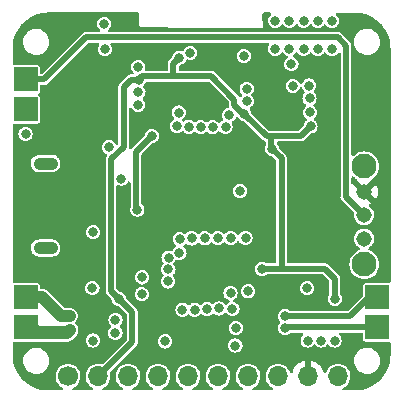
<source format=gbr>
%TF.GenerationSoftware,KiCad,Pcbnew,6.0.7-f9a2dced07~116~ubuntu22.04.1*%
%TF.CreationDate,2022-09-16T16:44:02+02:00*%
%TF.ProjectId,PCB,5043422e-6b69-4636-9164-5f7063625858,alfa*%
%TF.SameCoordinates,Original*%
%TF.FileFunction,Copper,L3,Inr*%
%TF.FilePolarity,Positive*%
%FSLAX46Y46*%
G04 Gerber Fmt 4.6, Leading zero omitted, Abs format (unit mm)*
G04 Created by KiCad (PCBNEW 6.0.7-f9a2dced07~116~ubuntu22.04.1) date 2022-09-16 16:44:02*
%MOMM*%
%LPD*%
G01*
G04 APERTURE LIST*
%TA.AperFunction,ComponentPad*%
%ADD10O,2.100000X1.050000*%
%TD*%
%TA.AperFunction,ComponentPad*%
%ADD11R,2.000000X2.000000*%
%TD*%
%TA.AperFunction,ComponentPad*%
%ADD12O,1.700000X1.700000*%
%TD*%
%TA.AperFunction,ComponentPad*%
%ADD13C,1.700000*%
%TD*%
%TA.AperFunction,ComponentPad*%
%ADD14C,1.308000*%
%TD*%
%TA.AperFunction,ComponentPad*%
%ADD15C,2.100000*%
%TD*%
%TA.AperFunction,ViaPad*%
%ADD16C,0.800000*%
%TD*%
%TA.AperFunction,Conductor*%
%ADD17C,0.508000*%
%TD*%
%TA.AperFunction,Conductor*%
%ADD18C,1.000000*%
%TD*%
G04 APERTURE END LIST*
D10*
%TO.N,unconnected-(J4-PadS1)*%
%TO.C,J4*%
X63352500Y-92475000D03*
X63352500Y-85325000D03*
%TD*%
D11*
%TO.N,/MOTOR_RIGHT_OUT_1*%
%TO.C,J8*%
X91452000Y-96650000D03*
%TO.N,/MOTOR_RIGHT_OUT_2*%
X91452000Y-99190000D03*
%TD*%
D12*
%TO.N,GND*%
%TO.C,J1*%
X88110000Y-103340000D03*
%TO.N,+BATT*%
X85570000Y-103340000D03*
%TO.N,/P0.4*%
X83030000Y-103340000D03*
%TO.N,/P0.5*%
X80490000Y-103340000D03*
%TO.N,/MISO*%
X77950000Y-103340000D03*
%TO.N,/MOSI*%
X75410000Y-103340000D03*
%TO.N,/SCK*%
X72870000Y-103340000D03*
%TO.N,/BTN*%
X70330000Y-103340000D03*
%TO.N,+3.3V*%
X67790000Y-103340000D03*
D13*
%TO.N,GND*%
X65250000Y-103340000D03*
%TD*%
D11*
%TO.N,/BAT+*%
%TO.C,J5*%
X61671000Y-78200000D03*
%TO.N,GND*%
X61671000Y-80740000D03*
%TD*%
D14*
%TO.N,unconnected-(U7-Pad1)*%
%TO.C,U7*%
X90330000Y-91690000D03*
%TO.N,+BATT*%
X90330000Y-87690000D03*
%TO.N,/BAT+*%
X90330000Y-89690000D03*
D15*
%TO.N,N/C*%
X90330000Y-93840000D03*
X90330000Y-85540000D03*
%TD*%
D11*
%TO.N,/MOTOR_LEFT_OUT_1*%
%TO.C,J7*%
X61671000Y-96650000D03*
%TO.N,/MOTOR_LEFT_OUT_2*%
X61671000Y-99190000D03*
%TD*%
D16*
%TO.N,GND*%
X87600000Y-73230000D03*
X87600000Y-75610000D03*
X86400000Y-73230000D03*
X85200000Y-73220000D03*
X86400000Y-75610000D03*
X85200000Y-75610000D03*
X84000000Y-75610000D03*
X82800000Y-75610000D03*
X84000000Y-73220000D03*
X82800000Y-73220000D03*
%TO.N,/BTN*%
X71540000Y-94950000D03*
%TO.N,+3.3V*%
X71227400Y-78227600D03*
X85790000Y-82180000D03*
X74690000Y-76350000D03*
X82530000Y-84080000D03*
X69540000Y-96760000D03*
X81670000Y-94250000D03*
X87840000Y-96770000D03*
X80170000Y-81100000D03*
%TO.N,GND*%
X68373950Y-75649998D03*
X67390000Y-91130000D03*
X79820000Y-87650000D03*
X71197400Y-77127600D03*
X67315000Y-95875000D03*
X79420000Y-100730000D03*
X85730000Y-80990000D03*
X73772576Y-93289028D03*
X73480000Y-100380000D03*
X75601468Y-75939839D03*
X71187400Y-80347600D03*
X85545000Y-100305000D03*
X68720000Y-83940000D03*
X80126733Y-76221686D03*
X69780000Y-86590000D03*
X84162521Y-76916362D03*
X85505000Y-95875000D03*
X80500000Y-96140000D03*
X74620000Y-81010000D03*
X71207400Y-79277600D03*
X61660000Y-82820000D03*
X67355000Y-100305000D03*
X80374783Y-80041896D03*
X71495500Y-96386500D03*
%TO.N,+BATT*%
X65090000Y-96790000D03*
X72220000Y-87030000D03*
X72438516Y-100341484D03*
X74530000Y-99190000D03*
X83300000Y-96790000D03*
X66030000Y-82680000D03*
%TO.N,/VSYS*%
X72340000Y-82990000D03*
X71120000Y-89220000D03*
%TO.N,Net-(C16-Pad1)*%
X80380000Y-78990000D03*
X84290000Y-78740000D03*
%TO.N,/C2CK*%
X80280000Y-91630000D03*
X85699568Y-79811067D03*
%TO.N,/C2D*%
X85660000Y-78720000D03*
X79030000Y-91630000D03*
%TO.N,/MOTOR_LEFT_OUT_2*%
X65420000Y-99430000D03*
%TO.N,/MOTOR_LEFT_OUT_1*%
X65380000Y-98220000D03*
%TO.N,/MOTOR_RIGHT_OUT_2*%
X83635517Y-99249488D03*
%TO.N,/MOTOR_RIGHT_OUT_1*%
X83630000Y-98250000D03*
%TO.N,/BTN*%
X68313950Y-73500000D03*
%TO.N,/MOTOR_LEFT_IN_2*%
X73740833Y-95297533D03*
X69264175Y-99663254D03*
%TO.N,/MOTOR_LEFT_IN_1*%
X69270000Y-98550000D03*
X73747784Y-94288223D03*
%TO.N,/P0.4*%
X75972203Y-97692203D03*
%TO.N,/P0.5*%
X74941790Y-97695189D03*
%TO.N,/MOTOR_RIGHT_IN_2*%
X86680000Y-100305000D03*
X79170000Y-97640000D03*
%TO.N,/MOTOR_RIGHT_IN_1*%
X78040000Y-97590000D03*
X87820000Y-100305000D03*
%TO.N,/NRF_CE*%
X74470000Y-82130000D03*
X74680000Y-92870000D03*
%TO.N,/NRF_CS*%
X74711134Y-91695674D03*
X75487396Y-82198165D03*
%TO.N,/SCK*%
X75710000Y-91660000D03*
X76486495Y-82226495D03*
%TO.N,/MOSI*%
X76826356Y-91653783D03*
X77485991Y-82230021D03*
%TO.N,/MISO*%
X77940000Y-91630000D03*
X78590000Y-82240000D03*
%TO.N,/NRF_INT*%
X78880700Y-81228026D03*
X79010000Y-96280000D03*
%TO.N,/LED*%
X79460000Y-99250000D03*
X77020000Y-97650000D03*
%TD*%
D17*
%TO.N,/BAT+*%
X61671000Y-78200000D02*
X63240000Y-78200000D01*
X63240000Y-78200000D02*
X66800000Y-74640000D01*
X66800000Y-74640000D02*
X88080000Y-74640000D01*
X88080000Y-74640000D02*
X88780000Y-75340000D01*
X88780000Y-75340000D02*
X88780000Y-88140000D01*
X88780000Y-88140000D02*
X90330000Y-89690000D01*
%TO.N,/MOTOR_RIGHT_OUT_1*%
X91452000Y-96650000D02*
X90760000Y-96650000D01*
X90760000Y-96650000D02*
X89160000Y-98250000D01*
X89160000Y-98250000D02*
X83630000Y-98250000D01*
%TO.N,/MOTOR_RIGHT_OUT_2*%
X83635517Y-99249488D02*
X83695005Y-99190000D01*
X83695005Y-99190000D02*
X91452000Y-99190000D01*
%TO.N,+3.3V*%
X83340000Y-94220000D02*
X86980000Y-94220000D01*
X86980000Y-94220000D02*
X87840000Y-95080000D01*
X87840000Y-95080000D02*
X87840000Y-96770000D01*
X69970000Y-83897739D02*
X69970000Y-78840000D01*
X69970000Y-78840000D02*
X70582400Y-78227600D01*
X68890000Y-84977739D02*
X69970000Y-83897739D01*
X68890000Y-96110000D02*
X68890000Y-84977739D01*
X69540000Y-96760000D02*
X68890000Y-96110000D01*
X70582400Y-78227600D02*
X71227400Y-78227600D01*
%TO.N,/VSYS*%
X71120000Y-89220000D02*
X71000000Y-89100000D01*
X71000000Y-89100000D02*
X71000000Y-84330000D01*
X71000000Y-84330000D02*
X72340000Y-82990000D01*
%TO.N,+3.3V*%
X83340000Y-84890000D02*
X83340000Y-90750000D01*
X83340000Y-90750000D02*
X83340000Y-94220000D01*
D18*
%TO.N,/MOTOR_LEFT_OUT_1*%
X65380000Y-98220000D02*
X64660000Y-98220000D01*
X64660000Y-98220000D02*
X64600000Y-98160000D01*
X61671000Y-96650000D02*
X63090000Y-96650000D01*
X63090000Y-96650000D02*
X64600000Y-98160000D01*
%TO.N,/MOTOR_LEFT_OUT_2*%
X62180000Y-99190000D02*
X62690000Y-99700000D01*
X61671000Y-99190000D02*
X62180000Y-99190000D01*
X62690000Y-99700000D02*
X65150000Y-99700000D01*
X65150000Y-99700000D02*
X65420000Y-99430000D01*
D17*
%TO.N,+3.3V*%
X70704000Y-97924000D02*
X70704000Y-99814000D01*
X69540000Y-96760000D02*
X70704000Y-97924000D01*
%TO.N,/MOTOR_LEFT_OUT_1*%
X63090000Y-96650000D02*
X61461000Y-96650000D01*
X65220000Y-98160000D02*
X64600000Y-98160000D01*
%TO.N,/MOTOR_LEFT_OUT_2*%
X65190000Y-99320000D02*
X61591000Y-99320000D01*
X65200000Y-99330000D02*
X65190000Y-99320000D01*
%TO.N,+3.3V*%
X82070000Y-83000000D02*
X82460000Y-83000000D01*
X71514900Y-77940100D02*
X71227400Y-78227600D01*
X79346000Y-79916000D02*
X77370100Y-77940100D01*
X77370100Y-77940100D02*
X71514900Y-77940100D01*
X80170000Y-81100000D02*
X82070000Y-83000000D01*
X79346000Y-80353739D02*
X79346000Y-79916000D01*
X80092261Y-81100000D02*
X79346000Y-80353739D01*
X82460000Y-83000000D02*
X82470000Y-82990000D01*
X80170000Y-81100000D02*
X80092261Y-81100000D01*
X74690000Y-76350000D02*
X74160000Y-76880000D01*
X74160000Y-76880000D02*
X74160000Y-77920000D01*
X70704000Y-99814000D02*
X70704000Y-100426000D01*
X82470000Y-84020000D02*
X82530000Y-84080000D01*
X82530000Y-84080000D02*
X83340000Y-84890000D01*
X84980000Y-82990000D02*
X85790000Y-82180000D01*
X82470000Y-82990000D02*
X84980000Y-82990000D01*
X81700000Y-94220000D02*
X81670000Y-94250000D01*
X82470000Y-82990000D02*
X82470000Y-84020000D01*
X83340000Y-94220000D02*
X81700000Y-94220000D01*
X70704000Y-100426000D02*
X67790000Y-103340000D01*
%TD*%
%TA.AperFunction,Conductor*%
%TO.N,+BATT*%
G36*
X71204423Y-72551002D02*
G01*
X71250916Y-72604658D01*
X71262189Y-72651666D01*
X71300188Y-73548444D01*
X71310000Y-73780000D01*
X71321916Y-73780106D01*
X71321918Y-73780106D01*
X76167880Y-73823080D01*
X81726103Y-73872371D01*
X81725412Y-73837131D01*
X81702321Y-72659470D01*
X81720984Y-72590970D01*
X81773718Y-72543435D01*
X81828297Y-72531000D01*
X82340308Y-72531000D01*
X82408429Y-72551002D01*
X82454922Y-72604658D01*
X82465026Y-72674932D01*
X82435532Y-72739512D01*
X82417013Y-72756962D01*
X82371718Y-72791718D01*
X82275464Y-72917159D01*
X82214956Y-73063238D01*
X82213878Y-73071426D01*
X82210273Y-73098808D01*
X82194318Y-73220000D01*
X82198464Y-73251489D01*
X82210543Y-73343238D01*
X82214956Y-73376762D01*
X82275464Y-73522841D01*
X82371718Y-73648282D01*
X82497159Y-73744536D01*
X82643238Y-73805044D01*
X82651426Y-73806122D01*
X82695193Y-73811884D01*
X82800000Y-73825682D01*
X82808188Y-73824604D01*
X82948574Y-73806122D01*
X82956762Y-73805044D01*
X83102841Y-73744536D01*
X83228282Y-73648282D01*
X83300037Y-73554769D01*
X83357375Y-73512902D01*
X83428246Y-73508680D01*
X83490149Y-73543444D01*
X83499963Y-73554769D01*
X83571718Y-73648282D01*
X83697159Y-73744536D01*
X83843238Y-73805044D01*
X83851426Y-73806122D01*
X83895193Y-73811884D01*
X84000000Y-73825682D01*
X84008188Y-73824604D01*
X84148574Y-73806122D01*
X84156762Y-73805044D01*
X84302841Y-73744536D01*
X84428282Y-73648282D01*
X84500037Y-73554769D01*
X84557375Y-73512902D01*
X84628246Y-73508680D01*
X84690149Y-73543444D01*
X84699963Y-73554769D01*
X84771718Y-73648282D01*
X84897159Y-73744536D01*
X85043238Y-73805044D01*
X85051426Y-73806122D01*
X85095193Y-73811884D01*
X85200000Y-73825682D01*
X85208188Y-73824604D01*
X85348574Y-73806122D01*
X85356762Y-73805044D01*
X85502841Y-73744536D01*
X85628282Y-73648282D01*
X85696201Y-73559769D01*
X85753538Y-73517902D01*
X85824409Y-73513680D01*
X85886312Y-73548444D01*
X85896125Y-73559769D01*
X85966691Y-73651732D01*
X85966695Y-73651736D01*
X85971718Y-73658282D01*
X86097159Y-73754536D01*
X86243238Y-73815044D01*
X86400000Y-73835682D01*
X86408188Y-73834604D01*
X86548574Y-73816122D01*
X86556762Y-73815044D01*
X86702841Y-73754536D01*
X86828282Y-73658282D01*
X86900037Y-73564769D01*
X86957375Y-73522902D01*
X87028246Y-73518680D01*
X87090149Y-73553444D01*
X87099963Y-73564769D01*
X87171718Y-73658282D01*
X87297159Y-73754536D01*
X87443238Y-73815044D01*
X87600000Y-73835682D01*
X87608188Y-73834604D01*
X87748574Y-73816122D01*
X87756762Y-73815044D01*
X87902841Y-73754536D01*
X88028282Y-73658282D01*
X88124536Y-73532841D01*
X88185044Y-73386762D01*
X88187439Y-73368574D01*
X88204604Y-73238188D01*
X88205682Y-73230000D01*
X88185044Y-73073238D01*
X88124536Y-72927159D01*
X88028282Y-72801718D01*
X88021736Y-72796695D01*
X88021732Y-72796691D01*
X87975636Y-72761320D01*
X87933769Y-72703982D01*
X87929547Y-72633111D01*
X87964311Y-72571208D01*
X88027024Y-72537927D01*
X88056160Y-72535416D01*
X88896473Y-72560922D01*
X90183418Y-72599985D01*
X90212206Y-72604220D01*
X90297077Y-72626961D01*
X90381271Y-72649521D01*
X90383503Y-72650142D01*
X90503493Y-72684711D01*
X90513763Y-72688154D01*
X90682270Y-72752838D01*
X90685299Y-72754046D01*
X90749293Y-72780553D01*
X90805795Y-72803957D01*
X90814780Y-72808099D01*
X90973041Y-72888737D01*
X90976786Y-72890726D01*
X91059283Y-72936320D01*
X91093315Y-72955129D01*
X91100992Y-72959735D01*
X91248581Y-73055581D01*
X91252869Y-73058492D01*
X91362697Y-73136419D01*
X91369079Y-73141260D01*
X91505199Y-73251489D01*
X91509863Y-73255457D01*
X91610758Y-73345622D01*
X91615875Y-73350461D01*
X91739539Y-73474125D01*
X91744378Y-73479242D01*
X91806221Y-73548444D01*
X91834543Y-73580137D01*
X91838511Y-73584801D01*
X91948740Y-73720921D01*
X91953581Y-73727303D01*
X92031508Y-73837131D01*
X92034419Y-73841419D01*
X92094794Y-73934388D01*
X92113999Y-73963960D01*
X92130265Y-73989008D01*
X92134871Y-73996685D01*
X92199274Y-74113214D01*
X92201263Y-74116959D01*
X92281901Y-74275220D01*
X92286043Y-74284205D01*
X92296759Y-74310076D01*
X92315353Y-74354964D01*
X92335947Y-74404683D01*
X92337162Y-74407730D01*
X92356246Y-74457445D01*
X92401845Y-74576235D01*
X92405289Y-74586507D01*
X92439858Y-74706497D01*
X92440490Y-74708768D01*
X92488662Y-74888551D01*
X92491174Y-74900055D01*
X92509827Y-75009830D01*
X92510037Y-75011107D01*
X92534230Y-75163858D01*
X92541303Y-75208514D01*
X92542656Y-75221159D01*
X92545023Y-75263306D01*
X92552989Y-75415303D01*
X92558827Y-75526696D01*
X92559000Y-75533290D01*
X92559000Y-95323500D01*
X92538998Y-95391621D01*
X92485342Y-95438114D01*
X92433000Y-95449500D01*
X90432252Y-95449500D01*
X90426184Y-95450707D01*
X90385939Y-95458712D01*
X90385938Y-95458712D01*
X90373769Y-95461133D01*
X90307448Y-95505448D01*
X90263133Y-95571769D01*
X90260712Y-95583938D01*
X90260712Y-95583939D01*
X90254306Y-95616144D01*
X90251500Y-95630252D01*
X90251500Y-96463550D01*
X90231498Y-96531671D01*
X90214595Y-96552645D01*
X89008645Y-97758595D01*
X88946333Y-97792621D01*
X88919550Y-97795500D01*
X84066886Y-97795500D01*
X83998765Y-97775498D01*
X83990182Y-97769463D01*
X83939392Y-97730491D01*
X83932841Y-97725464D01*
X83786762Y-97664956D01*
X83630000Y-97644318D01*
X83473238Y-97664956D01*
X83327159Y-97725464D01*
X83201718Y-97821718D01*
X83105464Y-97947159D01*
X83064751Y-98045448D01*
X83049010Y-98083452D01*
X83044956Y-98093238D01*
X83024318Y-98250000D01*
X83044956Y-98406762D01*
X83105464Y-98552841D01*
X83110491Y-98559392D01*
X83200454Y-98676635D01*
X83226054Y-98742856D01*
X83211789Y-98812404D01*
X83200454Y-98830043D01*
X83191366Y-98841887D01*
X83110981Y-98946647D01*
X83050473Y-99092726D01*
X83029835Y-99249488D01*
X83050473Y-99406250D01*
X83110981Y-99552329D01*
X83116008Y-99558880D01*
X83196097Y-99663254D01*
X83207235Y-99677770D01*
X83332676Y-99774024D01*
X83478755Y-99834532D01*
X83635517Y-99855170D01*
X83643705Y-99854092D01*
X83651909Y-99853012D01*
X83792279Y-99834532D01*
X83938358Y-99774024D01*
X84063799Y-99677770D01*
X84064242Y-99678347D01*
X84120953Y-99647379D01*
X84147736Y-99644500D01*
X85048166Y-99644500D01*
X85116287Y-99664502D01*
X85162780Y-99718158D01*
X85172884Y-99788432D01*
X85143390Y-99853012D01*
X85124868Y-99870464D01*
X85116718Y-99876718D01*
X85020464Y-100002159D01*
X84959956Y-100148238D01*
X84939318Y-100305000D01*
X84959956Y-100461762D01*
X85020464Y-100607841D01*
X85116718Y-100733282D01*
X85242159Y-100829536D01*
X85360547Y-100878574D01*
X85380315Y-100886762D01*
X85388238Y-100890044D01*
X85545000Y-100910682D01*
X85553188Y-100909604D01*
X85693574Y-100891122D01*
X85701762Y-100890044D01*
X85709686Y-100886762D01*
X85729453Y-100878574D01*
X85847841Y-100829536D01*
X85973282Y-100733282D01*
X85978305Y-100726736D01*
X85978309Y-100726732D01*
X86012538Y-100682124D01*
X86069876Y-100640257D01*
X86140747Y-100636035D01*
X86202649Y-100670799D01*
X86212462Y-100682124D01*
X86246691Y-100726732D01*
X86246695Y-100726736D01*
X86251718Y-100733282D01*
X86377159Y-100829536D01*
X86495547Y-100878574D01*
X86515315Y-100886762D01*
X86523238Y-100890044D01*
X86680000Y-100910682D01*
X86688188Y-100909604D01*
X86828574Y-100891122D01*
X86836762Y-100890044D01*
X86844686Y-100886762D01*
X86864453Y-100878574D01*
X86982841Y-100829536D01*
X87108282Y-100733282D01*
X87113305Y-100726736D01*
X87113309Y-100726732D01*
X87150038Y-100678866D01*
X87207376Y-100636999D01*
X87278247Y-100632777D01*
X87340149Y-100667541D01*
X87349962Y-100678866D01*
X87386691Y-100726732D01*
X87386695Y-100726736D01*
X87391718Y-100733282D01*
X87517159Y-100829536D01*
X87635547Y-100878574D01*
X87655315Y-100886762D01*
X87663238Y-100890044D01*
X87820000Y-100910682D01*
X87828188Y-100909604D01*
X87968574Y-100891122D01*
X87976762Y-100890044D01*
X87984686Y-100886762D01*
X88004453Y-100878574D01*
X88122841Y-100829536D01*
X88248282Y-100733282D01*
X88344536Y-100607841D01*
X88405044Y-100461762D01*
X88425682Y-100305000D01*
X88405044Y-100148238D01*
X88344536Y-100002159D01*
X88248282Y-99876718D01*
X88240132Y-99870464D01*
X88239122Y-99869081D01*
X88235891Y-99865850D01*
X88236395Y-99865346D01*
X88198264Y-99813127D01*
X88194040Y-99742256D01*
X88228803Y-99680352D01*
X88291515Y-99647070D01*
X88316834Y-99644500D01*
X90125500Y-99644500D01*
X90193621Y-99664502D01*
X90240114Y-99718158D01*
X90251500Y-99770500D01*
X90251500Y-100209748D01*
X90252707Y-100215816D01*
X90259383Y-100249376D01*
X90263133Y-100268231D01*
X90307448Y-100334552D01*
X90373769Y-100378867D01*
X90385938Y-100381288D01*
X90385939Y-100381288D01*
X90405989Y-100385276D01*
X90432252Y-100390500D01*
X92433000Y-100390500D01*
X92501121Y-100410502D01*
X92547614Y-100464158D01*
X92559000Y-100516500D01*
X92559000Y-101526710D01*
X92558827Y-101533304D01*
X92545048Y-101796223D01*
X92545023Y-101796694D01*
X92542656Y-101838841D01*
X92541303Y-101851486D01*
X92510037Y-102048893D01*
X92509827Y-102050170D01*
X92491174Y-102159945D01*
X92488662Y-102171449D01*
X92458930Y-102282411D01*
X92441560Y-102347240D01*
X92440490Y-102351232D01*
X92439858Y-102353503D01*
X92405289Y-102473493D01*
X92401846Y-102483763D01*
X92356853Y-102600975D01*
X92337169Y-102652253D01*
X92335954Y-102655299D01*
X92332910Y-102662649D01*
X92286043Y-102775795D01*
X92281901Y-102784780D01*
X92201263Y-102943041D01*
X92199274Y-102946786D01*
X92180402Y-102980933D01*
X92162003Y-103014224D01*
X92134871Y-103063315D01*
X92130265Y-103070992D01*
X92034419Y-103218581D01*
X92031508Y-103222869D01*
X91953581Y-103332697D01*
X91948740Y-103339079D01*
X91838511Y-103475199D01*
X91834543Y-103479863D01*
X91744378Y-103580758D01*
X91739539Y-103585875D01*
X91615875Y-103709539D01*
X91610758Y-103714378D01*
X91543250Y-103774707D01*
X91509863Y-103804543D01*
X91505199Y-103808511D01*
X91369079Y-103918740D01*
X91362697Y-103923581D01*
X91252869Y-104001508D01*
X91248581Y-104004419D01*
X91100992Y-104100265D01*
X91093315Y-104104871D01*
X90976786Y-104169274D01*
X90973041Y-104171263D01*
X90814780Y-104251901D01*
X90805795Y-104256043D01*
X90749293Y-104279447D01*
X90685299Y-104305954D01*
X90682270Y-104307162D01*
X90587070Y-104343706D01*
X90513765Y-104371845D01*
X90503493Y-104375289D01*
X90383503Y-104409858D01*
X90381271Y-104410479D01*
X90318932Y-104427183D01*
X90201449Y-104458662D01*
X90189945Y-104461174D01*
X90080170Y-104479827D01*
X90078893Y-104480037D01*
X89913265Y-104506270D01*
X89881486Y-104511303D01*
X89868840Y-104512656D01*
X89826791Y-104515017D01*
X89826322Y-104515042D01*
X89563305Y-104528827D01*
X89556710Y-104529000D01*
X88615074Y-104529000D01*
X88546953Y-104508998D01*
X88500460Y-104455342D01*
X88490356Y-104385068D01*
X88519850Y-104320488D01*
X88558264Y-104290534D01*
X88670112Y-104234035D01*
X88675610Y-104231258D01*
X88691345Y-104218965D01*
X88791919Y-104140388D01*
X88837951Y-104104424D01*
X88895992Y-104037183D01*
X88968540Y-103953134D01*
X88968540Y-103953133D01*
X88972564Y-103948472D01*
X88993387Y-103911818D01*
X89011056Y-103880714D01*
X89074323Y-103769344D01*
X89139351Y-103573863D01*
X89165171Y-103369474D01*
X89165583Y-103340000D01*
X89145480Y-103134970D01*
X89085935Y-102937749D01*
X88989218Y-102755849D01*
X88904727Y-102652253D01*
X88862906Y-102600975D01*
X88862903Y-102600972D01*
X88859011Y-102596200D01*
X88846458Y-102585815D01*
X88705025Y-102468811D01*
X88705021Y-102468809D01*
X88700275Y-102464882D01*
X88519055Y-102366897D01*
X88322254Y-102305977D01*
X88316129Y-102305333D01*
X88316128Y-102305333D01*
X88123498Y-102285087D01*
X88123496Y-102285087D01*
X88117369Y-102284443D01*
X88030529Y-102292346D01*
X87918342Y-102302555D01*
X87918339Y-102302556D01*
X87912203Y-102303114D01*
X87714572Y-102361280D01*
X87532002Y-102456726D01*
X87527201Y-102460586D01*
X87527198Y-102460588D01*
X87503383Y-102479736D01*
X87371447Y-102585815D01*
X87239024Y-102743630D01*
X87236056Y-102749028D01*
X87236053Y-102749033D01*
X87161153Y-102885277D01*
X87139776Y-102924162D01*
X87137914Y-102930032D01*
X87121068Y-102983138D01*
X87081405Y-103042022D01*
X87016202Y-103070114D01*
X86946163Y-103058497D01*
X86893523Y-103010857D01*
X86878762Y-102975735D01*
X86861214Y-102905875D01*
X86857894Y-102896124D01*
X86772972Y-102700814D01*
X86768105Y-102691739D01*
X86652426Y-102512926D01*
X86646136Y-102504757D01*
X86502806Y-102347240D01*
X86495273Y-102340215D01*
X86328139Y-102208222D01*
X86319552Y-102202517D01*
X86133117Y-102099599D01*
X86123705Y-102095369D01*
X85922959Y-102024280D01*
X85912988Y-102021646D01*
X85841837Y-102008972D01*
X85828540Y-102010432D01*
X85824000Y-102024989D01*
X85824000Y-103468000D01*
X85803998Y-103536121D01*
X85750342Y-103582614D01*
X85698000Y-103594000D01*
X85442000Y-103594000D01*
X85373879Y-103573998D01*
X85327386Y-103520342D01*
X85316000Y-103468000D01*
X85316000Y-102023102D01*
X85312082Y-102009758D01*
X85297806Y-102007771D01*
X85259324Y-102013660D01*
X85249288Y-102016051D01*
X85046868Y-102082212D01*
X85037359Y-102086209D01*
X84848463Y-102184542D01*
X84839738Y-102190036D01*
X84669433Y-102317905D01*
X84661726Y-102324748D01*
X84514590Y-102478717D01*
X84508104Y-102486727D01*
X84388098Y-102662649D01*
X84383000Y-102671623D01*
X84293338Y-102864783D01*
X84289775Y-102874470D01*
X84261012Y-102978185D01*
X84223533Y-103038483D01*
X84159405Y-103068946D01*
X84088986Y-103059903D01*
X84034636Y-103014224D01*
X84018973Y-102980933D01*
X84018143Y-102978185D01*
X84005935Y-102937749D01*
X83909218Y-102755849D01*
X83824727Y-102652253D01*
X83782906Y-102600975D01*
X83782903Y-102600972D01*
X83779011Y-102596200D01*
X83766458Y-102585815D01*
X83625025Y-102468811D01*
X83625021Y-102468809D01*
X83620275Y-102464882D01*
X83439055Y-102366897D01*
X83242254Y-102305977D01*
X83236129Y-102305333D01*
X83236128Y-102305333D01*
X83043498Y-102285087D01*
X83043496Y-102285087D01*
X83037369Y-102284443D01*
X82950529Y-102292346D01*
X82838342Y-102302555D01*
X82838339Y-102302556D01*
X82832203Y-102303114D01*
X82634572Y-102361280D01*
X82452002Y-102456726D01*
X82447201Y-102460586D01*
X82447198Y-102460588D01*
X82423383Y-102479736D01*
X82291447Y-102585815D01*
X82159024Y-102743630D01*
X82156056Y-102749028D01*
X82156053Y-102749033D01*
X82081153Y-102885277D01*
X82059776Y-102924162D01*
X81997484Y-103120532D01*
X81996798Y-103126649D01*
X81996797Y-103126653D01*
X81986486Y-103218581D01*
X81974520Y-103325262D01*
X81975036Y-103331406D01*
X81990902Y-103520342D01*
X81991759Y-103530553D01*
X81993458Y-103536478D01*
X82039395Y-103696678D01*
X82048544Y-103728586D01*
X82051359Y-103734063D01*
X82051360Y-103734066D01*
X82139897Y-103906341D01*
X82142712Y-103911818D01*
X82270677Y-104073270D01*
X82275370Y-104077264D01*
X82275371Y-104077265D01*
X82385819Y-104171263D01*
X82427564Y-104206791D01*
X82432942Y-104209797D01*
X82432944Y-104209798D01*
X82581838Y-104293012D01*
X82631544Y-104343706D01*
X82645952Y-104413225D01*
X82620488Y-104479498D01*
X82563237Y-104521483D01*
X82520368Y-104529000D01*
X80995074Y-104529000D01*
X80926953Y-104508998D01*
X80880460Y-104455342D01*
X80870356Y-104385068D01*
X80899850Y-104320488D01*
X80938264Y-104290534D01*
X81050112Y-104234035D01*
X81055610Y-104231258D01*
X81071345Y-104218965D01*
X81171919Y-104140388D01*
X81217951Y-104104424D01*
X81275992Y-104037183D01*
X81348540Y-103953134D01*
X81348540Y-103953133D01*
X81352564Y-103948472D01*
X81373387Y-103911818D01*
X81391056Y-103880714D01*
X81454323Y-103769344D01*
X81519351Y-103573863D01*
X81545171Y-103369474D01*
X81545583Y-103340000D01*
X81525480Y-103134970D01*
X81465935Y-102937749D01*
X81369218Y-102755849D01*
X81284727Y-102652253D01*
X81242906Y-102600975D01*
X81242903Y-102600972D01*
X81239011Y-102596200D01*
X81226458Y-102585815D01*
X81085025Y-102468811D01*
X81085021Y-102468809D01*
X81080275Y-102464882D01*
X80899055Y-102366897D01*
X80702254Y-102305977D01*
X80696129Y-102305333D01*
X80696128Y-102305333D01*
X80503498Y-102285087D01*
X80503496Y-102285087D01*
X80497369Y-102284443D01*
X80410529Y-102292346D01*
X80298342Y-102302555D01*
X80298339Y-102302556D01*
X80292203Y-102303114D01*
X80094572Y-102361280D01*
X79912002Y-102456726D01*
X79907201Y-102460586D01*
X79907198Y-102460588D01*
X79883383Y-102479736D01*
X79751447Y-102585815D01*
X79619024Y-102743630D01*
X79616056Y-102749028D01*
X79616053Y-102749033D01*
X79541153Y-102885277D01*
X79519776Y-102924162D01*
X79457484Y-103120532D01*
X79456798Y-103126649D01*
X79456797Y-103126653D01*
X79446486Y-103218581D01*
X79434520Y-103325262D01*
X79435036Y-103331406D01*
X79450902Y-103520342D01*
X79451759Y-103530553D01*
X79453458Y-103536478D01*
X79499395Y-103696678D01*
X79508544Y-103728586D01*
X79511359Y-103734063D01*
X79511360Y-103734066D01*
X79599897Y-103906341D01*
X79602712Y-103911818D01*
X79730677Y-104073270D01*
X79735370Y-104077264D01*
X79735371Y-104077265D01*
X79845819Y-104171263D01*
X79887564Y-104206791D01*
X79892942Y-104209797D01*
X79892944Y-104209798D01*
X80041838Y-104293012D01*
X80091544Y-104343706D01*
X80105952Y-104413225D01*
X80080488Y-104479498D01*
X80023237Y-104521483D01*
X79980368Y-104529000D01*
X78455074Y-104529000D01*
X78386953Y-104508998D01*
X78340460Y-104455342D01*
X78330356Y-104385068D01*
X78359850Y-104320488D01*
X78398264Y-104290534D01*
X78510112Y-104234035D01*
X78515610Y-104231258D01*
X78531345Y-104218965D01*
X78631919Y-104140388D01*
X78677951Y-104104424D01*
X78735992Y-104037183D01*
X78808540Y-103953134D01*
X78808540Y-103953133D01*
X78812564Y-103948472D01*
X78833387Y-103911818D01*
X78851056Y-103880714D01*
X78914323Y-103769344D01*
X78979351Y-103573863D01*
X79005171Y-103369474D01*
X79005583Y-103340000D01*
X78985480Y-103134970D01*
X78925935Y-102937749D01*
X78829218Y-102755849D01*
X78744727Y-102652253D01*
X78702906Y-102600975D01*
X78702903Y-102600972D01*
X78699011Y-102596200D01*
X78686458Y-102585815D01*
X78545025Y-102468811D01*
X78545021Y-102468809D01*
X78540275Y-102464882D01*
X78359055Y-102366897D01*
X78162254Y-102305977D01*
X78156129Y-102305333D01*
X78156128Y-102305333D01*
X77963498Y-102285087D01*
X77963496Y-102285087D01*
X77957369Y-102284443D01*
X77870529Y-102292346D01*
X77758342Y-102302555D01*
X77758339Y-102302556D01*
X77752203Y-102303114D01*
X77554572Y-102361280D01*
X77372002Y-102456726D01*
X77367201Y-102460586D01*
X77367198Y-102460588D01*
X77343383Y-102479736D01*
X77211447Y-102585815D01*
X77079024Y-102743630D01*
X77076056Y-102749028D01*
X77076053Y-102749033D01*
X77001153Y-102885277D01*
X76979776Y-102924162D01*
X76917484Y-103120532D01*
X76916798Y-103126649D01*
X76916797Y-103126653D01*
X76906486Y-103218581D01*
X76894520Y-103325262D01*
X76895036Y-103331406D01*
X76910902Y-103520342D01*
X76911759Y-103530553D01*
X76913458Y-103536478D01*
X76959395Y-103696678D01*
X76968544Y-103728586D01*
X76971359Y-103734063D01*
X76971360Y-103734066D01*
X77059897Y-103906341D01*
X77062712Y-103911818D01*
X77190677Y-104073270D01*
X77195370Y-104077264D01*
X77195371Y-104077265D01*
X77305819Y-104171263D01*
X77347564Y-104206791D01*
X77352942Y-104209797D01*
X77352944Y-104209798D01*
X77501838Y-104293012D01*
X77551544Y-104343706D01*
X77565952Y-104413225D01*
X77540488Y-104479498D01*
X77483237Y-104521483D01*
X77440368Y-104529000D01*
X75915074Y-104529000D01*
X75846953Y-104508998D01*
X75800460Y-104455342D01*
X75790356Y-104385068D01*
X75819850Y-104320488D01*
X75858264Y-104290534D01*
X75970112Y-104234035D01*
X75975610Y-104231258D01*
X75991345Y-104218965D01*
X76091919Y-104140388D01*
X76137951Y-104104424D01*
X76195992Y-104037183D01*
X76268540Y-103953134D01*
X76268540Y-103953133D01*
X76272564Y-103948472D01*
X76293387Y-103911818D01*
X76311056Y-103880714D01*
X76374323Y-103769344D01*
X76439351Y-103573863D01*
X76465171Y-103369474D01*
X76465583Y-103340000D01*
X76445480Y-103134970D01*
X76385935Y-102937749D01*
X76289218Y-102755849D01*
X76204727Y-102652253D01*
X76162906Y-102600975D01*
X76162903Y-102600972D01*
X76159011Y-102596200D01*
X76146458Y-102585815D01*
X76005025Y-102468811D01*
X76005021Y-102468809D01*
X76000275Y-102464882D01*
X75819055Y-102366897D01*
X75622254Y-102305977D01*
X75616129Y-102305333D01*
X75616128Y-102305333D01*
X75423498Y-102285087D01*
X75423496Y-102285087D01*
X75417369Y-102284443D01*
X75330529Y-102292346D01*
X75218342Y-102302555D01*
X75218339Y-102302556D01*
X75212203Y-102303114D01*
X75014572Y-102361280D01*
X74832002Y-102456726D01*
X74827201Y-102460586D01*
X74827198Y-102460588D01*
X74803383Y-102479736D01*
X74671447Y-102585815D01*
X74539024Y-102743630D01*
X74536056Y-102749028D01*
X74536053Y-102749033D01*
X74461153Y-102885277D01*
X74439776Y-102924162D01*
X74377484Y-103120532D01*
X74376798Y-103126649D01*
X74376797Y-103126653D01*
X74366486Y-103218581D01*
X74354520Y-103325262D01*
X74355036Y-103331406D01*
X74370902Y-103520342D01*
X74371759Y-103530553D01*
X74373458Y-103536478D01*
X74419395Y-103696678D01*
X74428544Y-103728586D01*
X74431359Y-103734063D01*
X74431360Y-103734066D01*
X74519897Y-103906341D01*
X74522712Y-103911818D01*
X74650677Y-104073270D01*
X74655370Y-104077264D01*
X74655371Y-104077265D01*
X74765819Y-104171263D01*
X74807564Y-104206791D01*
X74812942Y-104209797D01*
X74812944Y-104209798D01*
X74961838Y-104293012D01*
X75011544Y-104343706D01*
X75025952Y-104413225D01*
X75000488Y-104479498D01*
X74943237Y-104521483D01*
X74900368Y-104529000D01*
X73375074Y-104529000D01*
X73306953Y-104508998D01*
X73260460Y-104455342D01*
X73250356Y-104385068D01*
X73279850Y-104320488D01*
X73318264Y-104290534D01*
X73430112Y-104234035D01*
X73435610Y-104231258D01*
X73451345Y-104218965D01*
X73551919Y-104140388D01*
X73597951Y-104104424D01*
X73655992Y-104037183D01*
X73728540Y-103953134D01*
X73728540Y-103953133D01*
X73732564Y-103948472D01*
X73753387Y-103911818D01*
X73771056Y-103880714D01*
X73834323Y-103769344D01*
X73899351Y-103573863D01*
X73925171Y-103369474D01*
X73925583Y-103340000D01*
X73905480Y-103134970D01*
X73845935Y-102937749D01*
X73749218Y-102755849D01*
X73664727Y-102652253D01*
X73622906Y-102600975D01*
X73622903Y-102600972D01*
X73619011Y-102596200D01*
X73606458Y-102585815D01*
X73465025Y-102468811D01*
X73465021Y-102468809D01*
X73460275Y-102464882D01*
X73279055Y-102366897D01*
X73082254Y-102305977D01*
X73076129Y-102305333D01*
X73076128Y-102305333D01*
X72883498Y-102285087D01*
X72883496Y-102285087D01*
X72877369Y-102284443D01*
X72790529Y-102292346D01*
X72678342Y-102302555D01*
X72678339Y-102302556D01*
X72672203Y-102303114D01*
X72474572Y-102361280D01*
X72292002Y-102456726D01*
X72287201Y-102460586D01*
X72287198Y-102460588D01*
X72263383Y-102479736D01*
X72131447Y-102585815D01*
X71999024Y-102743630D01*
X71996056Y-102749028D01*
X71996053Y-102749033D01*
X71921153Y-102885277D01*
X71899776Y-102924162D01*
X71837484Y-103120532D01*
X71836798Y-103126649D01*
X71836797Y-103126653D01*
X71826486Y-103218581D01*
X71814520Y-103325262D01*
X71815036Y-103331406D01*
X71830902Y-103520342D01*
X71831759Y-103530553D01*
X71833458Y-103536478D01*
X71879395Y-103696678D01*
X71888544Y-103728586D01*
X71891359Y-103734063D01*
X71891360Y-103734066D01*
X71979897Y-103906341D01*
X71982712Y-103911818D01*
X72110677Y-104073270D01*
X72115370Y-104077264D01*
X72115371Y-104077265D01*
X72225819Y-104171263D01*
X72267564Y-104206791D01*
X72272942Y-104209797D01*
X72272944Y-104209798D01*
X72421838Y-104293012D01*
X72471544Y-104343706D01*
X72485952Y-104413225D01*
X72460488Y-104479498D01*
X72403237Y-104521483D01*
X72360368Y-104529000D01*
X70835074Y-104529000D01*
X70766953Y-104508998D01*
X70720460Y-104455342D01*
X70710356Y-104385068D01*
X70739850Y-104320488D01*
X70778264Y-104290534D01*
X70890112Y-104234035D01*
X70895610Y-104231258D01*
X70911345Y-104218965D01*
X71011919Y-104140388D01*
X71057951Y-104104424D01*
X71115992Y-104037183D01*
X71188540Y-103953134D01*
X71188540Y-103953133D01*
X71192564Y-103948472D01*
X71213387Y-103911818D01*
X71231056Y-103880714D01*
X71294323Y-103769344D01*
X71359351Y-103573863D01*
X71385171Y-103369474D01*
X71385583Y-103340000D01*
X71365480Y-103134970D01*
X71305935Y-102937749D01*
X71209218Y-102755849D01*
X71124727Y-102652253D01*
X71082906Y-102600975D01*
X71082903Y-102600972D01*
X71079011Y-102596200D01*
X71066458Y-102585815D01*
X70925025Y-102468811D01*
X70925021Y-102468809D01*
X70920275Y-102464882D01*
X70739055Y-102366897D01*
X70542254Y-102305977D01*
X70536129Y-102305333D01*
X70536128Y-102305333D01*
X70343498Y-102285087D01*
X70343496Y-102285087D01*
X70337369Y-102284443D01*
X70250529Y-102292346D01*
X70138342Y-102302555D01*
X70138339Y-102302556D01*
X70132203Y-102303114D01*
X69934572Y-102361280D01*
X69752002Y-102456726D01*
X69747201Y-102460586D01*
X69747198Y-102460588D01*
X69723383Y-102479736D01*
X69591447Y-102585815D01*
X69459024Y-102743630D01*
X69456056Y-102749028D01*
X69456053Y-102749033D01*
X69381153Y-102885277D01*
X69359776Y-102924162D01*
X69297484Y-103120532D01*
X69296798Y-103126649D01*
X69296797Y-103126653D01*
X69286486Y-103218581D01*
X69274520Y-103325262D01*
X69275036Y-103331406D01*
X69290902Y-103520342D01*
X69291759Y-103530553D01*
X69293458Y-103536478D01*
X69339395Y-103696678D01*
X69348544Y-103728586D01*
X69351359Y-103734063D01*
X69351360Y-103734066D01*
X69439897Y-103906341D01*
X69442712Y-103911818D01*
X69570677Y-104073270D01*
X69575370Y-104077264D01*
X69575371Y-104077265D01*
X69685819Y-104171263D01*
X69727564Y-104206791D01*
X69732942Y-104209797D01*
X69732944Y-104209798D01*
X69881838Y-104293012D01*
X69931544Y-104343706D01*
X69945952Y-104413225D01*
X69920488Y-104479498D01*
X69863237Y-104521483D01*
X69820368Y-104529000D01*
X68295074Y-104529000D01*
X68226953Y-104508998D01*
X68180460Y-104455342D01*
X68170356Y-104385068D01*
X68199850Y-104320488D01*
X68238264Y-104290534D01*
X68350112Y-104234035D01*
X68355610Y-104231258D01*
X68371345Y-104218965D01*
X68471919Y-104140388D01*
X68517951Y-104104424D01*
X68575992Y-104037183D01*
X68648540Y-103953134D01*
X68648540Y-103953133D01*
X68652564Y-103948472D01*
X68673387Y-103911818D01*
X68691056Y-103880714D01*
X68754323Y-103769344D01*
X68819351Y-103573863D01*
X68845171Y-103369474D01*
X68845583Y-103340000D01*
X68825480Y-103134970D01*
X68809366Y-103081599D01*
X68803750Y-103062996D01*
X68803209Y-102992001D01*
X68835277Y-102937483D01*
X69771704Y-102001056D01*
X89454662Y-102001056D01*
X89454674Y-102001232D01*
X89455056Y-102007062D01*
X89455056Y-102007067D01*
X89456231Y-102024989D01*
X89467896Y-102202972D01*
X89517705Y-102399096D01*
X89602421Y-102582858D01*
X89719206Y-102748106D01*
X89864150Y-102889304D01*
X89868946Y-102892509D01*
X89868949Y-102892511D01*
X89944573Y-102943041D01*
X90032397Y-103001723D01*
X90037705Y-103004004D01*
X90037706Y-103004004D01*
X90213012Y-103079321D01*
X90213015Y-103079322D01*
X90218315Y-103081599D01*
X90223944Y-103082873D01*
X90223945Y-103082873D01*
X90410038Y-103124982D01*
X90410044Y-103124983D01*
X90415675Y-103126257D01*
X90421446Y-103126484D01*
X90421448Y-103126484D01*
X90479949Y-103128783D01*
X90617869Y-103134202D01*
X90718590Y-103119598D01*
X90812411Y-103105995D01*
X90812416Y-103105994D01*
X90818125Y-103105166D01*
X90823589Y-103103311D01*
X90823594Y-103103310D01*
X91004264Y-103041981D01*
X91004269Y-103041979D01*
X91009736Y-103040123D01*
X91014777Y-103037300D01*
X91181247Y-102944072D01*
X91181251Y-102944069D01*
X91186285Y-102941250D01*
X91190722Y-102937560D01*
X91190726Y-102937557D01*
X91337422Y-102815551D01*
X91341860Y-102811860D01*
X91394113Y-102749033D01*
X91467557Y-102660726D01*
X91467560Y-102660722D01*
X91471250Y-102656285D01*
X91474069Y-102651251D01*
X91474072Y-102651247D01*
X91567300Y-102484777D01*
X91567300Y-102484776D01*
X91570123Y-102479736D01*
X91571979Y-102474269D01*
X91571981Y-102474264D01*
X91633310Y-102293594D01*
X91633311Y-102293589D01*
X91635166Y-102288125D01*
X91635994Y-102282416D01*
X91635995Y-102282411D01*
X91653751Y-102159945D01*
X91664202Y-102087869D01*
X91665717Y-102030000D01*
X91647202Y-101828499D01*
X91592276Y-101633746D01*
X91502779Y-101452264D01*
X91487231Y-101431442D01*
X91385161Y-101294755D01*
X91385161Y-101294754D01*
X91381708Y-101290131D01*
X91292248Y-101207435D01*
X91237358Y-101156695D01*
X91237355Y-101156693D01*
X91233118Y-101152776D01*
X91061985Y-101044799D01*
X90874041Y-100969817D01*
X90675579Y-100930340D01*
X90669805Y-100930264D01*
X90669801Y-100930264D01*
X90567385Y-100928924D01*
X90473246Y-100927692D01*
X90467549Y-100928671D01*
X90467548Y-100928671D01*
X90279516Y-100960980D01*
X90279515Y-100960980D01*
X90273819Y-100961959D01*
X90083977Y-101031996D01*
X90079016Y-101034948D01*
X90079015Y-101034948D01*
X89915044Y-101132500D01*
X89915041Y-101132502D01*
X89910076Y-101135456D01*
X89757941Y-101268875D01*
X89754366Y-101273410D01*
X89754365Y-101273411D01*
X89705275Y-101335682D01*
X89632668Y-101427783D01*
X89629977Y-101432899D01*
X89629975Y-101432901D01*
X89541143Y-101601743D01*
X89538451Y-101606860D01*
X89478446Y-101800109D01*
X89477767Y-101805846D01*
X89473313Y-101843481D01*
X89454662Y-102001056D01*
X69771704Y-102001056D01*
X71001011Y-100771749D01*
X71012100Y-100761894D01*
X71013444Y-100760835D01*
X71039059Y-100740641D01*
X71044413Y-100732894D01*
X71044417Y-100732890D01*
X71072728Y-100691928D01*
X71075029Y-100688708D01*
X71104610Y-100648658D01*
X71104611Y-100648656D01*
X71110209Y-100641077D01*
X71112623Y-100634202D01*
X71116764Y-100628211D01*
X71134636Y-100571699D01*
X71135866Y-100568015D01*
X71152371Y-100521016D01*
X71152372Y-100521012D01*
X71155492Y-100512127D01*
X71155775Y-100504927D01*
X71155809Y-100504751D01*
X71157975Y-100497903D01*
X71158500Y-100491232D01*
X71158500Y-100438052D01*
X71158597Y-100433105D01*
X71159878Y-100400500D01*
X71160684Y-100380000D01*
X72874318Y-100380000D01*
X72894956Y-100536762D01*
X72955464Y-100682841D01*
X73051718Y-100808282D01*
X73177159Y-100904536D01*
X73323238Y-100965044D01*
X73480000Y-100985682D01*
X73488188Y-100984604D01*
X73628574Y-100966122D01*
X73636762Y-100965044D01*
X73782841Y-100904536D01*
X73908282Y-100808282D01*
X73968350Y-100730000D01*
X78814318Y-100730000D01*
X78834956Y-100886762D01*
X78895464Y-101032841D01*
X78900491Y-101039392D01*
X78977127Y-101139266D01*
X78991718Y-101158282D01*
X79117159Y-101254536D01*
X79263238Y-101315044D01*
X79420000Y-101335682D01*
X79428188Y-101334604D01*
X79568574Y-101316122D01*
X79576762Y-101315044D01*
X79722841Y-101254536D01*
X79848282Y-101158282D01*
X79862874Y-101139266D01*
X79939509Y-101039392D01*
X79944536Y-101032841D01*
X80005044Y-100886762D01*
X80025682Y-100730000D01*
X80005044Y-100573238D01*
X79944536Y-100427159D01*
X79848282Y-100301718D01*
X79722841Y-100205464D01*
X79595053Y-100152532D01*
X79584391Y-100148116D01*
X79576762Y-100144956D01*
X79420000Y-100124318D01*
X79263238Y-100144956D01*
X79255609Y-100148116D01*
X79244947Y-100152532D01*
X79117159Y-100205464D01*
X78991718Y-100301718D01*
X78895464Y-100427159D01*
X78834956Y-100573238D01*
X78814318Y-100730000D01*
X73968350Y-100730000D01*
X74004536Y-100682841D01*
X74065044Y-100536762D01*
X74085682Y-100380000D01*
X74065044Y-100223238D01*
X74004536Y-100077159D01*
X73908282Y-99951718D01*
X73891970Y-99939201D01*
X73810540Y-99876718D01*
X73782841Y-99855464D01*
X73636762Y-99794956D01*
X73588628Y-99788619D01*
X73526684Y-99780464D01*
X73480000Y-99774318D01*
X73433316Y-99780464D01*
X73371373Y-99788619D01*
X73323238Y-99794956D01*
X73177159Y-99855464D01*
X73149460Y-99876718D01*
X73068031Y-99939201D01*
X73051718Y-99951718D01*
X72955464Y-100077159D01*
X72894956Y-100223238D01*
X72874318Y-100380000D01*
X71160684Y-100380000D01*
X71160858Y-100375563D01*
X71158961Y-100368408D01*
X71158500Y-100360033D01*
X71158500Y-99250000D01*
X78854318Y-99250000D01*
X78874956Y-99406762D01*
X78935464Y-99552841D01*
X79031718Y-99678282D01*
X79157159Y-99774536D01*
X79303238Y-99835044D01*
X79460000Y-99855682D01*
X79468188Y-99854604D01*
X79485659Y-99852304D01*
X79616762Y-99835044D01*
X79762841Y-99774536D01*
X79888282Y-99678282D01*
X79984536Y-99552841D01*
X80045044Y-99406762D01*
X80065682Y-99250000D01*
X80045044Y-99093238D01*
X79984536Y-98947159D01*
X79888282Y-98821718D01*
X79762841Y-98725464D01*
X79616762Y-98664956D01*
X79460000Y-98644318D01*
X79303238Y-98664956D01*
X79157159Y-98725464D01*
X79031718Y-98821718D01*
X78935464Y-98947159D01*
X78874956Y-99093238D01*
X78854318Y-99250000D01*
X71158500Y-99250000D01*
X71158500Y-97958464D01*
X71159373Y-97943654D01*
X71162301Y-97918915D01*
X71163408Y-97909563D01*
X71152763Y-97851275D01*
X71152119Y-97847407D01*
X71150374Y-97835801D01*
X71143315Y-97788849D01*
X71140162Y-97782282D01*
X71138853Y-97775117D01*
X71111554Y-97722564D01*
X71109785Y-97719023D01*
X71098340Y-97695189D01*
X74336108Y-97695189D01*
X74337186Y-97703377D01*
X74353872Y-97830117D01*
X74356746Y-97851951D01*
X74417254Y-97998030D01*
X74464542Y-98059657D01*
X74506192Y-98113936D01*
X74513508Y-98123471D01*
X74638949Y-98219725D01*
X74785028Y-98280233D01*
X74941790Y-98300871D01*
X74949978Y-98299793D01*
X75090364Y-98281311D01*
X75098552Y-98280233D01*
X75244631Y-98219725D01*
X75370072Y-98123471D01*
X75371679Y-98121377D01*
X75431712Y-98088599D01*
X75502528Y-98093667D01*
X75543597Y-98120063D01*
X75543921Y-98120485D01*
X75550467Y-98125508D01*
X75554360Y-98128495D01*
X75669362Y-98216739D01*
X75815441Y-98277247D01*
X75972203Y-98297885D01*
X75980391Y-98296807D01*
X76120777Y-98278325D01*
X76128965Y-98277247D01*
X76275044Y-98216739D01*
X76390046Y-98128495D01*
X76393939Y-98125508D01*
X76400485Y-98120485D01*
X76405508Y-98113939D01*
X76405511Y-98113936D01*
X76415034Y-98101525D01*
X76472371Y-98059657D01*
X76543242Y-98055435D01*
X76589565Y-98081088D01*
X76591718Y-98078282D01*
X76717159Y-98174536D01*
X76863238Y-98235044D01*
X77020000Y-98255682D01*
X77028188Y-98254604D01*
X77168574Y-98236122D01*
X77176762Y-98235044D01*
X77322841Y-98174536D01*
X77448282Y-98078282D01*
X77453305Y-98071736D01*
X77453308Y-98071733D01*
X77461123Y-98061548D01*
X77518460Y-98019680D01*
X77589331Y-98015458D01*
X77637790Y-98038288D01*
X77676879Y-98068282D01*
X77737159Y-98114536D01*
X77883238Y-98175044D01*
X78040000Y-98195682D01*
X78048188Y-98194604D01*
X78188574Y-98176122D01*
X78196762Y-98175044D01*
X78342841Y-98114536D01*
X78468282Y-98018282D01*
X78473306Y-98011735D01*
X78485855Y-97995381D01*
X78543193Y-97953514D01*
X78614064Y-97949293D01*
X78675967Y-97984058D01*
X78685779Y-97995381D01*
X78741718Y-98068282D01*
X78867159Y-98164536D01*
X79013238Y-98225044D01*
X79170000Y-98245682D01*
X79178188Y-98244604D01*
X79318574Y-98226122D01*
X79326762Y-98225044D01*
X79472841Y-98164536D01*
X79598282Y-98068282D01*
X79694536Y-97942841D01*
X79755044Y-97796762D01*
X79775682Y-97640000D01*
X79755044Y-97483238D01*
X79694536Y-97337159D01*
X79615854Y-97234618D01*
X79603305Y-97218264D01*
X79598282Y-97211718D01*
X79472841Y-97115464D01*
X79326762Y-97054956D01*
X79318574Y-97053878D01*
X79310598Y-97051741D01*
X79311309Y-97049087D01*
X79258723Y-97025819D01*
X79219635Y-96966551D01*
X79218795Y-96895559D01*
X79256470Y-96835383D01*
X79291886Y-96813216D01*
X79305209Y-96807698D01*
X79305213Y-96807695D01*
X79312841Y-96804536D01*
X79416437Y-96725044D01*
X79431736Y-96713305D01*
X79438282Y-96708282D01*
X79534536Y-96582841D01*
X79595044Y-96436762D01*
X79615682Y-96280000D01*
X79597251Y-96140000D01*
X79894318Y-96140000D01*
X79914956Y-96296762D01*
X79975464Y-96442841D01*
X80002471Y-96478037D01*
X80052520Y-96543262D01*
X80071718Y-96568282D01*
X80197159Y-96664536D01*
X80343238Y-96725044D01*
X80500000Y-96745682D01*
X80508188Y-96744604D01*
X80648574Y-96726122D01*
X80656762Y-96725044D01*
X80802841Y-96664536D01*
X80928282Y-96568282D01*
X80947481Y-96543262D01*
X80997529Y-96478037D01*
X81024536Y-96442841D01*
X81085044Y-96296762D01*
X81105682Y-96140000D01*
X81093979Y-96051105D01*
X81086122Y-95991426D01*
X81085044Y-95983238D01*
X81040210Y-95875000D01*
X84899318Y-95875000D01*
X84919956Y-96031762D01*
X84980464Y-96177841D01*
X85076718Y-96303282D01*
X85202159Y-96399536D01*
X85348238Y-96460044D01*
X85505000Y-96480682D01*
X85513188Y-96479604D01*
X85653574Y-96461122D01*
X85661762Y-96460044D01*
X85807841Y-96399536D01*
X85933282Y-96303282D01*
X86029536Y-96177841D01*
X86090044Y-96031762D01*
X86110682Y-95875000D01*
X86090044Y-95718238D01*
X86029536Y-95572159D01*
X85933282Y-95446718D01*
X85807841Y-95350464D01*
X85661762Y-95289956D01*
X85505000Y-95269318D01*
X85348238Y-95289956D01*
X85202159Y-95350464D01*
X85076718Y-95446718D01*
X84980464Y-95572159D01*
X84919956Y-95718238D01*
X84899318Y-95875000D01*
X81040210Y-95875000D01*
X81024536Y-95837159D01*
X80928282Y-95711718D01*
X80910556Y-95698116D01*
X80809392Y-95620491D01*
X80802841Y-95615464D01*
X80656762Y-95554956D01*
X80500000Y-95534318D01*
X80343238Y-95554956D01*
X80197159Y-95615464D01*
X80190608Y-95620491D01*
X80089445Y-95698116D01*
X80071718Y-95711718D01*
X79975464Y-95837159D01*
X79914956Y-95983238D01*
X79913878Y-95991426D01*
X79906021Y-96051105D01*
X79894318Y-96140000D01*
X79597251Y-96140000D01*
X79595044Y-96123238D01*
X79534536Y-95977159D01*
X79438282Y-95851718D01*
X79312841Y-95755464D01*
X79166762Y-95694956D01*
X79010000Y-95674318D01*
X78853238Y-95694956D01*
X78707159Y-95755464D01*
X78581718Y-95851718D01*
X78485464Y-95977159D01*
X78424956Y-96123238D01*
X78404318Y-96280000D01*
X78424956Y-96436762D01*
X78485464Y-96582841D01*
X78581718Y-96708282D01*
X78588264Y-96713305D01*
X78603563Y-96725044D01*
X78707159Y-96804536D01*
X78853238Y-96865044D01*
X78861426Y-96866122D01*
X78869402Y-96868259D01*
X78868691Y-96870913D01*
X78921277Y-96894181D01*
X78960365Y-96953449D01*
X78961205Y-97024441D01*
X78923530Y-97084617D01*
X78888114Y-97106784D01*
X78874791Y-97112302D01*
X78874788Y-97112304D01*
X78867159Y-97115464D01*
X78741718Y-97211718D01*
X78736695Y-97218264D01*
X78736694Y-97218265D01*
X78724145Y-97234619D01*
X78666807Y-97276486D01*
X78595936Y-97280707D01*
X78534033Y-97245942D01*
X78524220Y-97234618D01*
X78473305Y-97168264D01*
X78468282Y-97161718D01*
X78342841Y-97065464D01*
X78196762Y-97004956D01*
X78040000Y-96984318D01*
X77883238Y-97004956D01*
X77737159Y-97065464D01*
X77611718Y-97161718D01*
X77606695Y-97168264D01*
X77606692Y-97168267D01*
X77598877Y-97178452D01*
X77541540Y-97220320D01*
X77470669Y-97224542D01*
X77422210Y-97201712D01*
X77329392Y-97130491D01*
X77322841Y-97125464D01*
X77190125Y-97070491D01*
X77184391Y-97068116D01*
X77176762Y-97064956D01*
X77020000Y-97044318D01*
X76863238Y-97064956D01*
X76855609Y-97068116D01*
X76849875Y-97070491D01*
X76717159Y-97125464D01*
X76591718Y-97221718D01*
X76586695Y-97228264D01*
X76586692Y-97228267D01*
X76577169Y-97240678D01*
X76519832Y-97282546D01*
X76448961Y-97286768D01*
X76402638Y-97261115D01*
X76400485Y-97263921D01*
X76338939Y-97216695D01*
X76275044Y-97167667D01*
X76128965Y-97107159D01*
X75972203Y-97086521D01*
X75815441Y-97107159D01*
X75669362Y-97167667D01*
X75655307Y-97178452D01*
X75550473Y-97258893D01*
X75550471Y-97258895D01*
X75543921Y-97263921D01*
X75542316Y-97266013D01*
X75482292Y-97298791D01*
X75411477Y-97293730D01*
X75370396Y-97267329D01*
X75370072Y-97266907D01*
X75244631Y-97170653D01*
X75098552Y-97110145D01*
X74941790Y-97089507D01*
X74785028Y-97110145D01*
X74638949Y-97170653D01*
X74513508Y-97266907D01*
X74417254Y-97392348D01*
X74356746Y-97538427D01*
X74336108Y-97695189D01*
X71098340Y-97695189D01*
X71088233Y-97674140D01*
X71088231Y-97674137D01*
X71084154Y-97665647D01*
X71079264Y-97660357D01*
X71079159Y-97660202D01*
X71075852Y-97653835D01*
X71071506Y-97648746D01*
X71033924Y-97611164D01*
X71030494Y-97607598D01*
X70997774Y-97572202D01*
X70991383Y-97565288D01*
X70984983Y-97561570D01*
X70978723Y-97555963D01*
X70170305Y-96747545D01*
X70136279Y-96685233D01*
X70134478Y-96674896D01*
X70132452Y-96659509D01*
X70125044Y-96603238D01*
X70064536Y-96457159D01*
X70010318Y-96386500D01*
X70889818Y-96386500D01*
X70910456Y-96543262D01*
X70970964Y-96689341D01*
X70975990Y-96695891D01*
X71039139Y-96778188D01*
X71067218Y-96814782D01*
X71192659Y-96911036D01*
X71338738Y-96971544D01*
X71495500Y-96992182D01*
X71503688Y-96991104D01*
X71644074Y-96972622D01*
X71652262Y-96971544D01*
X71798341Y-96911036D01*
X71923782Y-96814782D01*
X71951862Y-96778188D01*
X72015010Y-96695891D01*
X72020036Y-96689341D01*
X72080544Y-96543262D01*
X72101182Y-96386500D01*
X72080544Y-96229738D01*
X72020036Y-96083659D01*
X71944171Y-95984789D01*
X71928805Y-95964764D01*
X71923782Y-95958218D01*
X71912421Y-95949500D01*
X71852100Y-95903215D01*
X71798341Y-95861964D01*
X71652262Y-95801456D01*
X71611587Y-95796101D01*
X71546660Y-95767378D01*
X71515644Y-95720356D01*
X71491105Y-95759557D01*
X71423913Y-95790243D01*
X71338738Y-95801456D01*
X71192659Y-95861964D01*
X71138900Y-95903215D01*
X71078580Y-95949500D01*
X71067218Y-95958218D01*
X71062195Y-95964764D01*
X71046829Y-95984789D01*
X70970964Y-96083659D01*
X70910456Y-96229738D01*
X70889818Y-96386500D01*
X70010318Y-96386500D01*
X69968282Y-96331718D01*
X69842841Y-96235464D01*
X69696762Y-96174956D01*
X69625103Y-96165522D01*
X69560177Y-96136800D01*
X69552455Y-96129695D01*
X69381405Y-95958645D01*
X69347379Y-95896333D01*
X69344500Y-95869550D01*
X69344500Y-94950000D01*
X70934318Y-94950000D01*
X70954956Y-95106762D01*
X71015464Y-95252841D01*
X71111718Y-95378282D01*
X71237159Y-95474536D01*
X71383238Y-95535044D01*
X71391426Y-95536122D01*
X71423913Y-95540399D01*
X71488840Y-95569122D01*
X71519856Y-95616144D01*
X71544395Y-95576943D01*
X71611587Y-95546257D01*
X71696762Y-95535044D01*
X71842841Y-95474536D01*
X71968282Y-95378282D01*
X72030243Y-95297533D01*
X73135151Y-95297533D01*
X73155789Y-95454295D01*
X73216297Y-95600374D01*
X73312551Y-95725815D01*
X73437992Y-95822069D01*
X73584071Y-95882577D01*
X73740833Y-95903215D01*
X73749021Y-95902137D01*
X73889407Y-95883655D01*
X73897595Y-95882577D01*
X74043674Y-95822069D01*
X74169115Y-95725815D01*
X74265369Y-95600374D01*
X74325877Y-95454295D01*
X74346515Y-95297533D01*
X74325877Y-95140771D01*
X74265369Y-94994692D01*
X74260341Y-94988139D01*
X74260339Y-94988136D01*
X74172421Y-94873559D01*
X74146820Y-94807339D01*
X74161085Y-94737790D01*
X74176549Y-94716875D01*
X74176066Y-94716505D01*
X74223422Y-94654789D01*
X74272320Y-94591064D01*
X74332828Y-94444985D01*
X74353466Y-94288223D01*
X74332828Y-94131461D01*
X74272320Y-93985382D01*
X74191509Y-93880067D01*
X74165909Y-93813847D01*
X74180174Y-93744298D01*
X74199170Y-93718605D01*
X74200858Y-93717310D01*
X74297112Y-93591869D01*
X74330384Y-93511543D01*
X74374932Y-93456262D01*
X74442296Y-93433841D01*
X74495011Y-93443352D01*
X74523238Y-93455044D01*
X74531426Y-93456122D01*
X74601619Y-93465363D01*
X74680000Y-93475682D01*
X74688188Y-93474604D01*
X74828574Y-93456122D01*
X74836762Y-93455044D01*
X74982841Y-93394536D01*
X75108282Y-93298282D01*
X75204536Y-93172841D01*
X75265044Y-93026762D01*
X75285682Y-92870000D01*
X75272858Y-92772589D01*
X75266122Y-92721426D01*
X75265044Y-92713238D01*
X75204536Y-92567159D01*
X75108282Y-92441718D01*
X75101736Y-92436695D01*
X75101733Y-92436692D01*
X75047066Y-92394745D01*
X75005198Y-92337407D01*
X75000976Y-92266536D01*
X75035740Y-92204633D01*
X75047065Y-92194819D01*
X75068569Y-92178319D01*
X75139416Y-92123956D01*
X75143209Y-92119013D01*
X75204700Y-92085435D01*
X75275515Y-92090500D01*
X75308186Y-92108593D01*
X75400604Y-92179507D01*
X75400608Y-92179509D01*
X75407159Y-92184536D01*
X75553238Y-92245044D01*
X75710000Y-92265682D01*
X75718188Y-92264604D01*
X75737725Y-92262032D01*
X75866762Y-92245044D01*
X76012841Y-92184536D01*
X76138282Y-92088282D01*
X76170600Y-92046164D01*
X76227938Y-92004297D01*
X76298809Y-92000075D01*
X76360712Y-92034839D01*
X76370525Y-92046164D01*
X76393047Y-92075515D01*
X76393051Y-92075519D01*
X76398074Y-92082065D01*
X76523515Y-92178319D01*
X76669594Y-92238827D01*
X76826356Y-92259465D01*
X76834544Y-92258387D01*
X76974930Y-92239905D01*
X76983118Y-92238827D01*
X77129197Y-92178319D01*
X77254638Y-92082065D01*
X77259661Y-92075519D01*
X77259665Y-92075515D01*
X77292341Y-92032931D01*
X77349679Y-91991064D01*
X77420550Y-91986842D01*
X77482453Y-92021606D01*
X77492266Y-92032932D01*
X77506693Y-92051734D01*
X77506695Y-92051736D01*
X77511718Y-92058282D01*
X77518264Y-92063305D01*
X77542285Y-92081737D01*
X77637159Y-92154536D01*
X77783238Y-92215044D01*
X77940000Y-92235682D01*
X77948188Y-92234604D01*
X78088574Y-92216122D01*
X78096762Y-92215044D01*
X78242841Y-92154536D01*
X78337715Y-92081737D01*
X78361736Y-92063305D01*
X78368282Y-92058282D01*
X78373305Y-92051736D01*
X78373308Y-92051733D01*
X78385037Y-92036447D01*
X78442374Y-91994579D01*
X78513245Y-91990357D01*
X78575148Y-92025120D01*
X78584963Y-92036447D01*
X78596692Y-92051733D01*
X78596695Y-92051736D01*
X78601718Y-92058282D01*
X78608264Y-92063305D01*
X78632285Y-92081737D01*
X78727159Y-92154536D01*
X78873238Y-92215044D01*
X79030000Y-92235682D01*
X79038188Y-92234604D01*
X79178574Y-92216122D01*
X79186762Y-92215044D01*
X79332841Y-92154536D01*
X79427715Y-92081737D01*
X79451736Y-92063305D01*
X79458282Y-92058282D01*
X79463307Y-92051734D01*
X79554536Y-91932841D01*
X79557201Y-91934886D01*
X79597250Y-91896691D01*
X79666962Y-91883246D01*
X79732876Y-91909625D01*
X79753980Y-91933980D01*
X79755464Y-91932841D01*
X79846694Y-92051734D01*
X79851718Y-92058282D01*
X79858264Y-92063305D01*
X79882285Y-92081737D01*
X79977159Y-92154536D01*
X80123238Y-92215044D01*
X80280000Y-92235682D01*
X80288188Y-92234604D01*
X80428574Y-92216122D01*
X80436762Y-92215044D01*
X80582841Y-92154536D01*
X80677715Y-92081737D01*
X80701736Y-92063305D01*
X80708282Y-92058282D01*
X80713307Y-92051734D01*
X80759997Y-91990885D01*
X80804536Y-91932841D01*
X80865044Y-91786762D01*
X80885682Y-91630000D01*
X80865044Y-91473238D01*
X80804536Y-91327159D01*
X80731302Y-91231718D01*
X80713305Y-91208264D01*
X80708282Y-91201718D01*
X80582841Y-91105464D01*
X80436762Y-91044956D01*
X80280000Y-91024318D01*
X80123238Y-91044956D01*
X79977159Y-91105464D01*
X79851718Y-91201718D01*
X79846695Y-91208264D01*
X79799597Y-91269643D01*
X79755464Y-91327159D01*
X79752799Y-91325114D01*
X79712750Y-91363309D01*
X79643038Y-91376754D01*
X79577124Y-91350375D01*
X79556020Y-91326020D01*
X79554536Y-91327159D01*
X79463305Y-91208264D01*
X79458282Y-91201718D01*
X79332841Y-91105464D01*
X79186762Y-91044956D01*
X79030000Y-91024318D01*
X78873238Y-91044956D01*
X78727159Y-91105464D01*
X78601718Y-91201718D01*
X78596695Y-91208264D01*
X78596692Y-91208267D01*
X78584963Y-91223553D01*
X78527626Y-91265421D01*
X78456755Y-91269643D01*
X78394852Y-91234880D01*
X78385037Y-91223553D01*
X78373308Y-91208267D01*
X78373305Y-91208264D01*
X78368282Y-91201718D01*
X78242841Y-91105464D01*
X78096762Y-91044956D01*
X77940000Y-91024318D01*
X77783238Y-91044956D01*
X77637159Y-91105464D01*
X77511718Y-91201718D01*
X77506695Y-91208264D01*
X77506691Y-91208268D01*
X77474015Y-91250852D01*
X77416677Y-91292719D01*
X77345806Y-91296941D01*
X77283903Y-91262177D01*
X77274090Y-91250851D01*
X77259663Y-91232049D01*
X77259660Y-91232046D01*
X77254638Y-91225501D01*
X77232180Y-91208268D01*
X77195422Y-91180063D01*
X77129197Y-91129247D01*
X76983118Y-91068739D01*
X76826356Y-91048101D01*
X76669594Y-91068739D01*
X76523515Y-91129247D01*
X76457290Y-91180063D01*
X76420533Y-91208268D01*
X76398074Y-91225501D01*
X76367443Y-91265421D01*
X76365756Y-91267619D01*
X76308418Y-91309486D01*
X76237547Y-91313708D01*
X76175644Y-91278944D01*
X76165831Y-91267619D01*
X76143309Y-91238268D01*
X76143305Y-91238264D01*
X76138282Y-91231718D01*
X76012841Y-91135464D01*
X75866762Y-91074956D01*
X75710000Y-91054318D01*
X75553238Y-91074956D01*
X75407159Y-91135464D01*
X75281718Y-91231718D01*
X75277925Y-91236661D01*
X75216434Y-91270239D01*
X75145619Y-91265174D01*
X75112948Y-91247081D01*
X75020530Y-91176167D01*
X75020526Y-91176165D01*
X75013975Y-91171138D01*
X74867896Y-91110630D01*
X74711134Y-91089992D01*
X74554372Y-91110630D01*
X74408293Y-91171138D01*
X74282852Y-91267392D01*
X74186598Y-91392833D01*
X74126090Y-91538912D01*
X74105452Y-91695674D01*
X74126090Y-91852436D01*
X74129250Y-91860065D01*
X74132034Y-91866787D01*
X74186598Y-91998515D01*
X74227434Y-92051734D01*
X74269999Y-92107205D01*
X74282852Y-92123956D01*
X74289398Y-92128979D01*
X74289401Y-92128982D01*
X74344068Y-92170929D01*
X74385936Y-92228267D01*
X74390158Y-92299138D01*
X74355394Y-92361041D01*
X74344069Y-92370855D01*
X74261653Y-92434095D01*
X74251718Y-92441718D01*
X74155464Y-92567159D01*
X74122192Y-92647485D01*
X74077644Y-92702766D01*
X74010280Y-92725187D01*
X73957565Y-92715676D01*
X73936967Y-92707144D01*
X73929338Y-92703984D01*
X73920087Y-92702766D01*
X73780764Y-92684424D01*
X73772576Y-92683346D01*
X73764388Y-92684424D01*
X73625066Y-92702766D01*
X73615814Y-92703984D01*
X73469735Y-92764492D01*
X73344294Y-92860746D01*
X73248040Y-92986187D01*
X73227669Y-93035367D01*
X73190910Y-93124112D01*
X73187532Y-93132266D01*
X73166894Y-93289028D01*
X73167972Y-93297216D01*
X73180123Y-93389509D01*
X73187532Y-93445790D01*
X73248040Y-93591869D01*
X73306546Y-93668116D01*
X73328851Y-93697184D01*
X73354451Y-93763404D01*
X73340186Y-93832953D01*
X73321190Y-93858646D01*
X73319502Y-93859941D01*
X73223248Y-93985382D01*
X73162740Y-94131461D01*
X73142102Y-94288223D01*
X73162740Y-94444985D01*
X73223248Y-94591064D01*
X73228275Y-94597615D01*
X73228278Y-94597620D01*
X73316196Y-94712197D01*
X73341797Y-94778417D01*
X73327532Y-94847966D01*
X73312068Y-94868881D01*
X73312551Y-94869251D01*
X73216297Y-94994692D01*
X73155789Y-95140771D01*
X73135151Y-95297533D01*
X72030243Y-95297533D01*
X72064536Y-95252841D01*
X72125044Y-95106762D01*
X72145682Y-94950000D01*
X72126594Y-94805012D01*
X72126122Y-94801426D01*
X72125044Y-94793238D01*
X72064536Y-94647159D01*
X71968282Y-94521718D01*
X71842841Y-94425464D01*
X71696762Y-94364956D01*
X71540000Y-94344318D01*
X71383238Y-94364956D01*
X71237159Y-94425464D01*
X71111718Y-94521718D01*
X71015464Y-94647159D01*
X70954956Y-94793238D01*
X70953878Y-94801426D01*
X70953406Y-94805012D01*
X70934318Y-94950000D01*
X69344500Y-94950000D01*
X69344500Y-87248159D01*
X69364502Y-87180038D01*
X69418158Y-87133545D01*
X69488432Y-87123441D01*
X69518716Y-87131749D01*
X69623238Y-87175044D01*
X69780000Y-87195682D01*
X69788188Y-87194604D01*
X69928574Y-87176122D01*
X69936762Y-87175044D01*
X70082841Y-87114536D01*
X70208282Y-87018282D01*
X70304536Y-86892841D01*
X70307696Y-86885211D01*
X70310380Y-86880563D01*
X70361763Y-86831569D01*
X70431476Y-86818132D01*
X70497387Y-86844519D01*
X70538570Y-86902350D01*
X70545500Y-86943562D01*
X70545500Y-89012718D01*
X70538643Y-89047196D01*
X70540254Y-89047628D01*
X70538116Y-89055609D01*
X70534956Y-89063238D01*
X70514318Y-89220000D01*
X70534956Y-89376762D01*
X70595464Y-89522841D01*
X70691718Y-89648282D01*
X70817159Y-89744536D01*
X70963238Y-89805044D01*
X71120000Y-89825682D01*
X71128188Y-89824604D01*
X71268574Y-89806122D01*
X71276762Y-89805044D01*
X71422841Y-89744536D01*
X71548282Y-89648282D01*
X71644536Y-89522841D01*
X71705044Y-89376762D01*
X71725682Y-89220000D01*
X71705044Y-89063238D01*
X71644536Y-88917159D01*
X71548282Y-88791718D01*
X71503796Y-88757583D01*
X71461929Y-88700245D01*
X71454500Y-88657620D01*
X71454500Y-87650000D01*
X79214318Y-87650000D01*
X79234956Y-87806762D01*
X79295464Y-87952841D01*
X79391718Y-88078282D01*
X79517159Y-88174536D01*
X79663238Y-88235044D01*
X79820000Y-88255682D01*
X79828188Y-88254604D01*
X79968574Y-88236122D01*
X79976762Y-88235044D01*
X80122841Y-88174536D01*
X80248282Y-88078282D01*
X80344536Y-87952841D01*
X80405044Y-87806762D01*
X80425682Y-87650000D01*
X80405044Y-87493238D01*
X80344536Y-87347159D01*
X80248282Y-87221718D01*
X80122841Y-87125464D01*
X79976762Y-87064956D01*
X79925453Y-87058201D01*
X79828188Y-87045396D01*
X79820000Y-87044318D01*
X79811812Y-87045396D01*
X79714548Y-87058201D01*
X79663238Y-87064956D01*
X79517159Y-87125464D01*
X79391718Y-87221718D01*
X79295464Y-87347159D01*
X79234956Y-87493238D01*
X79214318Y-87650000D01*
X71454500Y-87650000D01*
X71454500Y-84570450D01*
X71474502Y-84502329D01*
X71491405Y-84481355D01*
X72352455Y-83620305D01*
X72414767Y-83586279D01*
X72425100Y-83584479D01*
X72496762Y-83575044D01*
X72642841Y-83514536D01*
X72752195Y-83430626D01*
X72761736Y-83423305D01*
X72768282Y-83418282D01*
X72778135Y-83405442D01*
X72837816Y-83327663D01*
X72864536Y-83292841D01*
X72925044Y-83146762D01*
X72945682Y-82990000D01*
X72925044Y-82833238D01*
X72864536Y-82687159D01*
X72768282Y-82561718D01*
X72642841Y-82465464D01*
X72496762Y-82404956D01*
X72340000Y-82384318D01*
X72183238Y-82404956D01*
X72037159Y-82465464D01*
X71911718Y-82561718D01*
X71815464Y-82687159D01*
X71754956Y-82833238D01*
X71753878Y-82841428D01*
X71745522Y-82904896D01*
X71716800Y-82969823D01*
X71709695Y-82977545D01*
X70702989Y-83984251D01*
X70691900Y-83994106D01*
X70664941Y-84015359D01*
X70659589Y-84023103D01*
X70659587Y-84023105D01*
X70654153Y-84030968D01*
X70598968Y-84075634D01*
X70528394Y-84083375D01*
X70464839Y-84051732D01*
X70428481Y-83990751D01*
X70424500Y-83959329D01*
X70424500Y-83909801D01*
X70424597Y-83904855D01*
X70426488Y-83856712D01*
X70426858Y-83847302D01*
X70424961Y-83840147D01*
X70424500Y-83831769D01*
X70424500Y-80705665D01*
X70444502Y-80637544D01*
X70498158Y-80591051D01*
X70568432Y-80580947D01*
X70633012Y-80610441D01*
X70659620Y-80642667D01*
X70659705Y-80642813D01*
X70662864Y-80650441D01*
X70759118Y-80775882D01*
X70765664Y-80780905D01*
X70786847Y-80797159D01*
X70884559Y-80872136D01*
X71030638Y-80932644D01*
X71187400Y-80953282D01*
X71195588Y-80952204D01*
X71201483Y-80951428D01*
X71344162Y-80932644D01*
X71490241Y-80872136D01*
X71587953Y-80797159D01*
X71609136Y-80780905D01*
X71615682Y-80775882D01*
X71711936Y-80650441D01*
X71772444Y-80504362D01*
X71793082Y-80347600D01*
X71772444Y-80190838D01*
X71711936Y-80044759D01*
X71615682Y-79919318D01*
X71609136Y-79914295D01*
X71604330Y-79909489D01*
X71570304Y-79847177D01*
X71575369Y-79776362D01*
X71616722Y-79720431D01*
X71629133Y-79710908D01*
X71629136Y-79710905D01*
X71635682Y-79705882D01*
X71731936Y-79580441D01*
X71792444Y-79434362D01*
X71798434Y-79388867D01*
X71812004Y-79285788D01*
X71813082Y-79277600D01*
X71792444Y-79120838D01*
X71731936Y-78974759D01*
X71677941Y-78904391D01*
X71640710Y-78855870D01*
X71640708Y-78855868D01*
X71635682Y-78849318D01*
X71634224Y-78848199D01*
X71601622Y-78788500D01*
X71606683Y-78717684D01*
X71643894Y-78667353D01*
X71643291Y-78666750D01*
X71647316Y-78662725D01*
X71648039Y-78661747D01*
X71649135Y-78660906D01*
X71649136Y-78660905D01*
X71655682Y-78655882D01*
X71661139Y-78648771D01*
X71710661Y-78584232D01*
X71751936Y-78530441D01*
X71775985Y-78472382D01*
X71820534Y-78417101D01*
X71892394Y-78394600D01*
X77129650Y-78394600D01*
X77197771Y-78414602D01*
X77218745Y-78431505D01*
X78854595Y-80067355D01*
X78888621Y-80129667D01*
X78891500Y-80156450D01*
X78891500Y-80319283D01*
X78890627Y-80334092D01*
X78886593Y-80368177D01*
X78888285Y-80377441D01*
X78888285Y-80377444D01*
X78897229Y-80426419D01*
X78897878Y-80430321D01*
X78906684Y-80488889D01*
X78902943Y-80489451D01*
X78903587Y-80542238D01*
X78865934Y-80602428D01*
X78798714Y-80633138D01*
X78723938Y-80642982D01*
X78577859Y-80703490D01*
X78571308Y-80708517D01*
X78464330Y-80790604D01*
X78452418Y-80799744D01*
X78356164Y-80925185D01*
X78295656Y-81071264D01*
X78275018Y-81228026D01*
X78295656Y-81384788D01*
X78298816Y-81392417D01*
X78353004Y-81523237D01*
X78356164Y-81530867D01*
X78358505Y-81533917D01*
X78374759Y-81600928D01*
X78351537Y-81668019D01*
X78301673Y-81707713D01*
X78301940Y-81708175D01*
X78298858Y-81709954D01*
X78297120Y-81711338D01*
X78287159Y-81715464D01*
X78161718Y-81811718D01*
X78156695Y-81818264D01*
X78156692Y-81818267D01*
X78141787Y-81837692D01*
X78084449Y-81879560D01*
X78013579Y-81883782D01*
X77951675Y-81849019D01*
X77941861Y-81837692D01*
X77919299Y-81808288D01*
X77919296Y-81808285D01*
X77914273Y-81801739D01*
X77906737Y-81795956D01*
X77821178Y-81730305D01*
X77788832Y-81705485D01*
X77642753Y-81644977D01*
X77485991Y-81624339D01*
X77329229Y-81644977D01*
X77183150Y-81705485D01*
X77176599Y-81710512D01*
X77176594Y-81710515D01*
X77065245Y-81795956D01*
X76999025Y-81821557D01*
X76929476Y-81807292D01*
X76911837Y-81795957D01*
X76878431Y-81770324D01*
X76789336Y-81701959D01*
X76643257Y-81641451D01*
X76486495Y-81620813D01*
X76329733Y-81641451D01*
X76183654Y-81701959D01*
X76172504Y-81710515D01*
X76080395Y-81781192D01*
X76014174Y-81806792D01*
X75944626Y-81792527D01*
X75917879Y-81772751D01*
X75915678Y-81769883D01*
X75790237Y-81673629D01*
X75644158Y-81613121D01*
X75607919Y-81608350D01*
X75551542Y-81600928D01*
X75487396Y-81592483D01*
X75423250Y-81600928D01*
X75366874Y-81608350D01*
X75330634Y-81613121D01*
X75184555Y-81673629D01*
X75178004Y-81678656D01*
X75177999Y-81678659D01*
X75090769Y-81745593D01*
X75024549Y-81771194D01*
X74955000Y-81756929D01*
X74914102Y-81722334D01*
X74903345Y-81708315D01*
X74877745Y-81642095D01*
X74892010Y-81572546D01*
X74926604Y-81531650D01*
X75041732Y-81443309D01*
X75041736Y-81443305D01*
X75048282Y-81438282D01*
X75063629Y-81418282D01*
X75139509Y-81319392D01*
X75144536Y-81312841D01*
X75205044Y-81166762D01*
X75225682Y-81010000D01*
X75205044Y-80853238D01*
X75144536Y-80707159D01*
X75064173Y-80602428D01*
X75053305Y-80588264D01*
X75048282Y-80581718D01*
X74922841Y-80485464D01*
X74776762Y-80424956D01*
X74620000Y-80404318D01*
X74463238Y-80424956D01*
X74317159Y-80485464D01*
X74191718Y-80581718D01*
X74186695Y-80588264D01*
X74175827Y-80602428D01*
X74095464Y-80707159D01*
X74034956Y-80853238D01*
X74014318Y-81010000D01*
X74034956Y-81166762D01*
X74095464Y-81312841D01*
X74100491Y-81319392D01*
X74186655Y-81431684D01*
X74212255Y-81497905D01*
X74197990Y-81567453D01*
X74163396Y-81608350D01*
X74048268Y-81696691D01*
X74048264Y-81696695D01*
X74041718Y-81701718D01*
X73945464Y-81827159D01*
X73884956Y-81973238D01*
X73864318Y-82130000D01*
X73884956Y-82286762D01*
X73945464Y-82432841D01*
X73977976Y-82475211D01*
X74025488Y-82537130D01*
X74041718Y-82558282D01*
X74167159Y-82654536D01*
X74313238Y-82715044D01*
X74470000Y-82735682D01*
X74478188Y-82734604D01*
X74618574Y-82716122D01*
X74626762Y-82715044D01*
X74772841Y-82654536D01*
X74779394Y-82649508D01*
X74779397Y-82649506D01*
X74866627Y-82582572D01*
X74932847Y-82556971D01*
X75002396Y-82571236D01*
X75043293Y-82605830D01*
X75054087Y-82619897D01*
X75054091Y-82619901D01*
X75059114Y-82626447D01*
X75065660Y-82631470D01*
X75070207Y-82634959D01*
X75184555Y-82722701D01*
X75330634Y-82783209D01*
X75487396Y-82803847D01*
X75495584Y-82802769D01*
X75635970Y-82784287D01*
X75644158Y-82783209D01*
X75790237Y-82722701D01*
X75871222Y-82660559D01*
X75893496Y-82643468D01*
X75959717Y-82617868D01*
X76029265Y-82632133D01*
X76056012Y-82651909D01*
X76058213Y-82654777D01*
X76064759Y-82659800D01*
X76067278Y-82661733D01*
X76183654Y-82751031D01*
X76329733Y-82811539D01*
X76486495Y-82832177D01*
X76494683Y-82831099D01*
X76516795Y-82828188D01*
X76643257Y-82811539D01*
X76789336Y-82751031D01*
X76795889Y-82746003D01*
X76795892Y-82746001D01*
X76907241Y-82660560D01*
X76973461Y-82634959D01*
X77043010Y-82649224D01*
X77060650Y-82660559D01*
X77183150Y-82754557D01*
X77299544Y-82802769D01*
X77321376Y-82811812D01*
X77329229Y-82815065D01*
X77485991Y-82835703D01*
X77494179Y-82834625D01*
X77504715Y-82833238D01*
X77642753Y-82815065D01*
X77650607Y-82811812D01*
X77672438Y-82802769D01*
X77788832Y-82754557D01*
X77878073Y-82686080D01*
X77907727Y-82663326D01*
X77914273Y-82658303D01*
X77919296Y-82651757D01*
X77919299Y-82651754D01*
X77934204Y-82632329D01*
X77991542Y-82590461D01*
X78062412Y-82586239D01*
X78124316Y-82621002D01*
X78134130Y-82632329D01*
X78156692Y-82661733D01*
X78156695Y-82661736D01*
X78161718Y-82668282D01*
X78287159Y-82764536D01*
X78433238Y-82825044D01*
X78441426Y-82826122D01*
X78487419Y-82832177D01*
X78590000Y-82845682D01*
X78598188Y-82844604D01*
X78622313Y-82841428D01*
X78692581Y-82832177D01*
X78738574Y-82826122D01*
X78746762Y-82825044D01*
X78892841Y-82764536D01*
X79018282Y-82668282D01*
X79024791Y-82659800D01*
X79077996Y-82590461D01*
X79114536Y-82542841D01*
X79175044Y-82396762D01*
X79195682Y-82240000D01*
X79182278Y-82138188D01*
X79176122Y-82091426D01*
X79175044Y-82083238D01*
X79132872Y-81981426D01*
X79117696Y-81944787D01*
X79117695Y-81944785D01*
X79114536Y-81937159D01*
X79112195Y-81934109D01*
X79095941Y-81867098D01*
X79119163Y-81800007D01*
X79169027Y-81760313D01*
X79168760Y-81759851D01*
X79171842Y-81758072D01*
X79173580Y-81756688D01*
X79173640Y-81756663D01*
X79183541Y-81752562D01*
X79308982Y-81656308D01*
X79405236Y-81530867D01*
X79440376Y-81446032D01*
X79484925Y-81390751D01*
X79552288Y-81368330D01*
X79621079Y-81385888D01*
X79656746Y-81417545D01*
X79741718Y-81528282D01*
X79867159Y-81624536D01*
X80013238Y-81685044D01*
X80084897Y-81694478D01*
X80149823Y-81723200D01*
X80157545Y-81730305D01*
X81724251Y-83297011D01*
X81734106Y-83308100D01*
X81755359Y-83335059D01*
X81763106Y-83340413D01*
X81804094Y-83368742D01*
X81807287Y-83371024D01*
X81854924Y-83406209D01*
X81861797Y-83408623D01*
X81867789Y-83412764D01*
X81924270Y-83430626D01*
X81927980Y-83431864D01*
X81931256Y-83433014D01*
X81988897Y-83474459D01*
X82014983Y-83540490D01*
X82015500Y-83551894D01*
X82015500Y-83728170D01*
X82002685Y-83776008D01*
X82005464Y-83777159D01*
X81952571Y-83904855D01*
X81944956Y-83923238D01*
X81924318Y-84080000D01*
X81944956Y-84236762D01*
X82005464Y-84382841D01*
X82101718Y-84508282D01*
X82227159Y-84604536D01*
X82373238Y-84665044D01*
X82444897Y-84674478D01*
X82509823Y-84703200D01*
X82517545Y-84710305D01*
X82848595Y-85041355D01*
X82882621Y-85103667D01*
X82885500Y-85130450D01*
X82885500Y-93639500D01*
X82865498Y-93707621D01*
X82811842Y-93754114D01*
X82759500Y-93765500D01*
X82067789Y-93765500D01*
X81999668Y-93745498D01*
X81991085Y-93739463D01*
X81979392Y-93730491D01*
X81972841Y-93725464D01*
X81826762Y-93664956D01*
X81670000Y-93644318D01*
X81513238Y-93664956D01*
X81367159Y-93725464D01*
X81314299Y-93766025D01*
X81264293Y-93804396D01*
X81241718Y-93821718D01*
X81145464Y-93947159D01*
X81084956Y-94093238D01*
X81064318Y-94250000D01*
X81084956Y-94406762D01*
X81145464Y-94552841D01*
X81241718Y-94678282D01*
X81367159Y-94774536D01*
X81513238Y-94835044D01*
X81670000Y-94855682D01*
X81678188Y-94854604D01*
X81818574Y-94836122D01*
X81826762Y-94835044D01*
X81972841Y-94774536D01*
X82042349Y-94721201D01*
X82069279Y-94700537D01*
X82135500Y-94674937D01*
X82145983Y-94674500D01*
X83273490Y-94674500D01*
X83285331Y-94675855D01*
X83285371Y-94675351D01*
X83294762Y-94676090D01*
X83303938Y-94678217D01*
X83313334Y-94677552D01*
X83313337Y-94677552D01*
X83351990Y-94674815D01*
X83360888Y-94674500D01*
X86739550Y-94674500D01*
X86807671Y-94694502D01*
X86828645Y-94711405D01*
X87348595Y-95231355D01*
X87382621Y-95293667D01*
X87385500Y-95320450D01*
X87385500Y-96333114D01*
X87365498Y-96401235D01*
X87359463Y-96409818D01*
X87315464Y-96467159D01*
X87254956Y-96613238D01*
X87253878Y-96621426D01*
X87246839Y-96674896D01*
X87234318Y-96770000D01*
X87254956Y-96926762D01*
X87315464Y-97072841D01*
X87411718Y-97198282D01*
X87537159Y-97294536D01*
X87683238Y-97355044D01*
X87840000Y-97375682D01*
X87848188Y-97374604D01*
X87988574Y-97356122D01*
X87996762Y-97355044D01*
X88142841Y-97294536D01*
X88268282Y-97198282D01*
X88364536Y-97072841D01*
X88425044Y-96926762D01*
X88445682Y-96770000D01*
X88433161Y-96674896D01*
X88426122Y-96621426D01*
X88425044Y-96613238D01*
X88364536Y-96467159D01*
X88320537Y-96409818D01*
X88294937Y-96343597D01*
X88294500Y-96333114D01*
X88294500Y-95114464D01*
X88295373Y-95099654D01*
X88298301Y-95074915D01*
X88299408Y-95065563D01*
X88288763Y-95007275D01*
X88288119Y-95003407D01*
X88285823Y-94988136D01*
X88279315Y-94944849D01*
X88276162Y-94938282D01*
X88274853Y-94931117D01*
X88247554Y-94878564D01*
X88245785Y-94875023D01*
X88224233Y-94830140D01*
X88224231Y-94830137D01*
X88220154Y-94821647D01*
X88215264Y-94816357D01*
X88215159Y-94816202D01*
X88211852Y-94809835D01*
X88207506Y-94804746D01*
X88169924Y-94767164D01*
X88166494Y-94763598D01*
X88133774Y-94728202D01*
X88127383Y-94721288D01*
X88120983Y-94717570D01*
X88114723Y-94711963D01*
X87325749Y-93922989D01*
X87315894Y-93911900D01*
X87314835Y-93910556D01*
X87294641Y-93884941D01*
X87258469Y-93859941D01*
X87245906Y-93851258D01*
X87242713Y-93848976D01*
X87230560Y-93840000D01*
X89074723Y-93840000D01*
X89093793Y-94057977D01*
X89095217Y-94063290D01*
X89147440Y-94258188D01*
X89150425Y-94269330D01*
X89152747Y-94274310D01*
X89152748Y-94274312D01*
X89232335Y-94444985D01*
X89242898Y-94467638D01*
X89368402Y-94646877D01*
X89523123Y-94801598D01*
X89527631Y-94804755D01*
X89527634Y-94804757D01*
X89696163Y-94922762D01*
X89702361Y-94927102D01*
X89707343Y-94929425D01*
X89707348Y-94929428D01*
X89870173Y-95005354D01*
X89900670Y-95019575D01*
X89905978Y-95020997D01*
X89905980Y-95020998D01*
X89971745Y-95038620D01*
X90112023Y-95076207D01*
X90330000Y-95095277D01*
X90547977Y-95076207D01*
X90688255Y-95038620D01*
X90754020Y-95020998D01*
X90754022Y-95020997D01*
X90759330Y-95019575D01*
X90789827Y-95005354D01*
X90952652Y-94929428D01*
X90952657Y-94929425D01*
X90957639Y-94927102D01*
X90963837Y-94922762D01*
X91132366Y-94804757D01*
X91132369Y-94804755D01*
X91136877Y-94801598D01*
X91291598Y-94646877D01*
X91417102Y-94467638D01*
X91427666Y-94444985D01*
X91507252Y-94274312D01*
X91507253Y-94274310D01*
X91509575Y-94269330D01*
X91512561Y-94258188D01*
X91564783Y-94063290D01*
X91566207Y-94057977D01*
X91585277Y-93840000D01*
X91566207Y-93622023D01*
X91518332Y-93443352D01*
X91510998Y-93415980D01*
X91510997Y-93415978D01*
X91509575Y-93410670D01*
X91502052Y-93394536D01*
X91419425Y-93217343D01*
X91419423Y-93217340D01*
X91417102Y-93212362D01*
X91291598Y-93033123D01*
X91136877Y-92878402D01*
X91132369Y-92875245D01*
X91132366Y-92875243D01*
X90962148Y-92756055D01*
X90962145Y-92756053D01*
X90957639Y-92752898D01*
X90952657Y-92750575D01*
X90952652Y-92750572D01*
X90761222Y-92661307D01*
X90707937Y-92614390D01*
X90688476Y-92546112D01*
X90709018Y-92478152D01*
X90751472Y-92437993D01*
X90753572Y-92436781D01*
X90759604Y-92434095D01*
X90764946Y-92430214D01*
X90899578Y-92332398D01*
X90899580Y-92332396D01*
X90904922Y-92328515D01*
X90944206Y-92284886D01*
X91020694Y-92199937D01*
X91020695Y-92199936D01*
X91025113Y-92195029D01*
X91101164Y-92063305D01*
X91111621Y-92045194D01*
X91111622Y-92045193D01*
X91114925Y-92039471D01*
X91127726Y-92000075D01*
X91168391Y-91874918D01*
X91168391Y-91874917D01*
X91170431Y-91868639D01*
X91189207Y-91690000D01*
X91170431Y-91511361D01*
X91158044Y-91473238D01*
X91116967Y-91346813D01*
X91116966Y-91346811D01*
X91114925Y-91340529D01*
X91097002Y-91309486D01*
X91028414Y-91190688D01*
X91028413Y-91190686D01*
X91025113Y-91184971D01*
X91009813Y-91167978D01*
X90909344Y-91056396D01*
X90909343Y-91056395D01*
X90904922Y-91051485D01*
X90808495Y-90981426D01*
X90764946Y-90949786D01*
X90764945Y-90949785D01*
X90759604Y-90945905D01*
X90753576Y-90943221D01*
X90753574Y-90943220D01*
X90601541Y-90875531D01*
X90601540Y-90875531D01*
X90595510Y-90872846D01*
X90507661Y-90854173D01*
X90426269Y-90836872D01*
X90426264Y-90836872D01*
X90419812Y-90835500D01*
X90240188Y-90835500D01*
X90233736Y-90836872D01*
X90233731Y-90836872D01*
X90152339Y-90854173D01*
X90064490Y-90872846D01*
X90058460Y-90875531D01*
X90058459Y-90875531D01*
X89906427Y-90943220D01*
X89906425Y-90943221D01*
X89900397Y-90945905D01*
X89895056Y-90949785D01*
X89895055Y-90949786D01*
X89760422Y-91047602D01*
X89760420Y-91047604D01*
X89755078Y-91051485D01*
X89750657Y-91056395D01*
X89750656Y-91056396D01*
X89650188Y-91167978D01*
X89634887Y-91184971D01*
X89631587Y-91190686D01*
X89631586Y-91190688D01*
X89562998Y-91309486D01*
X89545075Y-91340529D01*
X89543034Y-91346811D01*
X89543033Y-91346813D01*
X89501956Y-91473238D01*
X89489569Y-91511361D01*
X89470793Y-91690000D01*
X89489569Y-91868639D01*
X89491609Y-91874917D01*
X89491609Y-91874918D01*
X89532275Y-92000075D01*
X89545075Y-92039471D01*
X89548378Y-92045193D01*
X89548379Y-92045194D01*
X89558836Y-92063305D01*
X89634887Y-92195029D01*
X89639305Y-92199936D01*
X89639306Y-92199937D01*
X89715794Y-92284886D01*
X89755078Y-92328515D01*
X89760420Y-92332396D01*
X89760422Y-92332398D01*
X89895054Y-92430214D01*
X89900396Y-92434095D01*
X89906428Y-92436781D01*
X89908528Y-92437993D01*
X89957521Y-92489375D01*
X89970958Y-92559089D01*
X89944571Y-92625000D01*
X89898778Y-92661307D01*
X89707343Y-92750575D01*
X89707340Y-92750577D01*
X89702362Y-92752898D01*
X89523123Y-92878402D01*
X89368402Y-93033123D01*
X89242898Y-93212362D01*
X89240577Y-93217340D01*
X89240575Y-93217343D01*
X89157948Y-93394536D01*
X89150425Y-93410670D01*
X89149003Y-93415978D01*
X89149002Y-93415980D01*
X89141668Y-93443352D01*
X89093793Y-93622023D01*
X89074723Y-93840000D01*
X87230560Y-93840000D01*
X87195076Y-93813791D01*
X87188203Y-93811377D01*
X87182211Y-93807236D01*
X87125722Y-93789371D01*
X87122001Y-93788129D01*
X87066126Y-93768507D01*
X87058922Y-93768224D01*
X87058751Y-93768191D01*
X87051903Y-93766025D01*
X87045232Y-93765500D01*
X86992062Y-93765500D01*
X86987116Y-93765403D01*
X86986224Y-93765368D01*
X86929563Y-93763142D01*
X86922408Y-93765039D01*
X86914033Y-93765500D01*
X83920500Y-93765500D01*
X83852379Y-93745498D01*
X83805886Y-93691842D01*
X83794500Y-93639500D01*
X83794500Y-84924456D01*
X83795373Y-84909647D01*
X83798300Y-84884915D01*
X83799407Y-84875562D01*
X83797715Y-84866295D01*
X83788771Y-84817320D01*
X83788122Y-84813418D01*
X83780716Y-84764164D01*
X83780715Y-84764161D01*
X83779315Y-84754849D01*
X83776162Y-84748282D01*
X83774853Y-84741117D01*
X83747538Y-84688533D01*
X83745788Y-84685030D01*
X83744066Y-84681443D01*
X83720154Y-84631647D01*
X83715259Y-84626352D01*
X83715166Y-84626213D01*
X83711852Y-84619834D01*
X83707506Y-84614746D01*
X83669924Y-84577164D01*
X83666494Y-84573598D01*
X83656545Y-84562835D01*
X83627383Y-84531288D01*
X83620983Y-84527570D01*
X83614723Y-84521963D01*
X83160305Y-84067545D01*
X83126279Y-84005233D01*
X83124478Y-83994896D01*
X83123026Y-83983865D01*
X83115044Y-83923238D01*
X83054536Y-83777159D01*
X82958282Y-83651718D01*
X82959729Y-83650608D01*
X82930610Y-83597283D01*
X82935675Y-83526468D01*
X82978222Y-83469632D01*
X83044742Y-83444821D01*
X83053731Y-83444500D01*
X84945544Y-83444500D01*
X84960354Y-83445373D01*
X84994438Y-83449407D01*
X85003702Y-83447715D01*
X85003705Y-83447715D01*
X85052680Y-83438771D01*
X85056582Y-83438122D01*
X85105836Y-83430716D01*
X85105839Y-83430715D01*
X85115151Y-83429315D01*
X85121718Y-83426162D01*
X85128883Y-83424853D01*
X85181467Y-83397538D01*
X85184957Y-83395795D01*
X85238353Y-83370154D01*
X85243648Y-83365259D01*
X85243787Y-83365166D01*
X85250166Y-83361852D01*
X85255254Y-83357506D01*
X85292836Y-83319924D01*
X85296402Y-83316494D01*
X85314903Y-83299392D01*
X85338712Y-83277383D01*
X85342430Y-83270983D01*
X85348037Y-83264723D01*
X85802455Y-82810305D01*
X85864767Y-82776279D01*
X85875100Y-82774479D01*
X85946762Y-82765044D01*
X86092841Y-82704536D01*
X86218282Y-82608282D01*
X86231957Y-82590461D01*
X86266456Y-82545500D01*
X86314536Y-82482841D01*
X86375044Y-82336762D01*
X86395682Y-82180000D01*
X86375044Y-82023238D01*
X86314536Y-81877159D01*
X86232559Y-81770324D01*
X86223305Y-81758264D01*
X86218282Y-81751718D01*
X86161718Y-81708315D01*
X86101285Y-81661943D01*
X86059418Y-81604605D01*
X86055196Y-81533734D01*
X86089960Y-81471831D01*
X86101285Y-81462017D01*
X86151736Y-81423305D01*
X86158282Y-81418282D01*
X86254536Y-81292841D01*
X86315044Y-81146762D01*
X86335682Y-80990000D01*
X86315044Y-80833238D01*
X86254536Y-80687159D01*
X86178651Y-80588264D01*
X86163305Y-80568264D01*
X86158282Y-80561718D01*
X86063279Y-80488820D01*
X86021413Y-80431483D01*
X86017191Y-80360612D01*
X86051955Y-80298709D01*
X86063280Y-80288895D01*
X86121304Y-80244372D01*
X86121305Y-80244371D01*
X86127850Y-80239349D01*
X86224104Y-80113908D01*
X86284612Y-79967829D01*
X86305250Y-79811067D01*
X86284612Y-79654305D01*
X86224104Y-79508226D01*
X86127850Y-79382785D01*
X86121304Y-79377762D01*
X86121301Y-79377759D01*
X86085536Y-79350316D01*
X86043668Y-79292978D01*
X86039446Y-79222107D01*
X86074209Y-79160204D01*
X86078912Y-79156129D01*
X86081736Y-79153305D01*
X86088282Y-79148282D01*
X86184536Y-79022841D01*
X86245044Y-78876762D01*
X86248461Y-78850811D01*
X86264604Y-78728188D01*
X86265682Y-78720000D01*
X86245044Y-78563238D01*
X86184536Y-78417159D01*
X86108651Y-78318264D01*
X86093305Y-78298264D01*
X86088282Y-78291718D01*
X85962841Y-78195464D01*
X85816762Y-78134956D01*
X85660000Y-78114318D01*
X85503238Y-78134956D01*
X85357159Y-78195464D01*
X85231718Y-78291718D01*
X85226695Y-78298264D01*
X85211349Y-78318264D01*
X85135464Y-78417159D01*
X85090646Y-78525359D01*
X85087267Y-78533517D01*
X85042719Y-78588798D01*
X84975355Y-78611219D01*
X84906564Y-78593661D01*
X84858186Y-78541699D01*
X84854449Y-78533517D01*
X84834367Y-78485036D01*
X84814536Y-78437159D01*
X84718282Y-78311718D01*
X84592841Y-78215464D01*
X84446762Y-78154956D01*
X84290000Y-78134318D01*
X84133238Y-78154956D01*
X83987159Y-78215464D01*
X83861718Y-78311718D01*
X83765464Y-78437159D01*
X83704956Y-78583238D01*
X83684318Y-78740000D01*
X83704956Y-78896762D01*
X83765464Y-79042841D01*
X83770491Y-79049392D01*
X83855520Y-79160204D01*
X83861718Y-79168282D01*
X83987159Y-79264536D01*
X84133238Y-79325044D01*
X84290000Y-79345682D01*
X84298188Y-79344604D01*
X84438574Y-79326122D01*
X84446762Y-79325044D01*
X84592841Y-79264536D01*
X84718282Y-79168282D01*
X84724481Y-79160204D01*
X84809509Y-79049392D01*
X84814536Y-79042841D01*
X84862733Y-78926483D01*
X84907281Y-78871202D01*
X84974645Y-78848781D01*
X85043436Y-78866339D01*
X85091814Y-78918301D01*
X85095551Y-78926483D01*
X85135464Y-79022841D01*
X85231718Y-79148282D01*
X85238264Y-79153305D01*
X85238267Y-79153308D01*
X85274032Y-79180751D01*
X85315900Y-79238089D01*
X85320122Y-79308960D01*
X85285359Y-79370863D01*
X85280656Y-79374938D01*
X85277832Y-79377762D01*
X85271286Y-79382785D01*
X85175032Y-79508226D01*
X85114524Y-79654305D01*
X85093886Y-79811067D01*
X85114524Y-79967829D01*
X85175032Y-80113908D01*
X85271286Y-80239349D01*
X85366289Y-80312247D01*
X85408155Y-80369584D01*
X85412377Y-80440455D01*
X85377613Y-80502358D01*
X85366290Y-80512171D01*
X85301718Y-80561718D01*
X85296695Y-80568264D01*
X85281349Y-80588264D01*
X85205464Y-80687159D01*
X85144956Y-80833238D01*
X85124318Y-80990000D01*
X85144956Y-81146762D01*
X85205464Y-81292841D01*
X85301718Y-81418282D01*
X85308264Y-81423305D01*
X85418715Y-81508057D01*
X85460582Y-81565395D01*
X85464804Y-81636266D01*
X85430040Y-81698169D01*
X85418717Y-81707981D01*
X85361718Y-81751718D01*
X85356695Y-81758264D01*
X85347441Y-81770324D01*
X85265464Y-81877159D01*
X85204956Y-82023238D01*
X85198061Y-82075609D01*
X85195522Y-82094896D01*
X85166800Y-82159823D01*
X85159695Y-82167545D01*
X84828645Y-82498595D01*
X84766333Y-82532621D01*
X84739550Y-82535500D01*
X82536510Y-82535500D01*
X82524669Y-82534145D01*
X82524629Y-82534649D01*
X82515239Y-82533910D01*
X82506062Y-82531783D01*
X82492634Y-82532734D01*
X82468934Y-82532175D01*
X82464918Y-82531700D01*
X82464915Y-82531700D01*
X82455562Y-82530593D01*
X82419763Y-82537131D01*
X82406033Y-82538865D01*
X82369734Y-82541435D01*
X82365283Y-82543157D01*
X82344058Y-82545500D01*
X82310450Y-82545500D01*
X82242329Y-82525498D01*
X82221355Y-82508595D01*
X80800305Y-81087545D01*
X80766279Y-81025233D01*
X80764478Y-81014896D01*
X80755044Y-80943238D01*
X80694536Y-80797159D01*
X80689509Y-80790608D01*
X80689507Y-80790604D01*
X80653457Y-80743622D01*
X80627857Y-80677402D01*
X80642122Y-80607853D01*
X80679606Y-80569015D01*
X80677624Y-80566432D01*
X80796519Y-80475201D01*
X80803065Y-80470178D01*
X80899319Y-80344737D01*
X80959827Y-80198658D01*
X80980465Y-80041896D01*
X80959827Y-79885134D01*
X80899319Y-79739055D01*
X80803065Y-79613614D01*
X80796519Y-79608591D01*
X80795538Y-79607610D01*
X80761512Y-79545298D01*
X80766577Y-79474483D01*
X80798337Y-79431596D01*
X80795891Y-79429150D01*
X80801736Y-79423305D01*
X80808282Y-79418282D01*
X80904536Y-79292841D01*
X80965044Y-79146762D01*
X80985682Y-78990000D01*
X80965044Y-78833238D01*
X80904536Y-78687159D01*
X80808282Y-78561718D01*
X80682841Y-78465464D01*
X80536762Y-78404956D01*
X80380000Y-78384318D01*
X80223238Y-78404956D01*
X80077159Y-78465464D01*
X79951718Y-78561718D01*
X79855464Y-78687159D01*
X79794956Y-78833238D01*
X79774318Y-78990000D01*
X79794956Y-79146762D01*
X79855464Y-79292841D01*
X79951718Y-79418282D01*
X79958264Y-79423305D01*
X79959245Y-79424286D01*
X79993271Y-79486598D01*
X79988206Y-79557413D01*
X79956446Y-79600300D01*
X79958892Y-79602746D01*
X79953047Y-79608591D01*
X79946501Y-79613614D01*
X79941478Y-79620160D01*
X79919277Y-79649093D01*
X79861939Y-79690960D01*
X79791068Y-79695182D01*
X79729165Y-79660418D01*
X79718836Y-79647730D01*
X79717852Y-79645835D01*
X79713506Y-79640746D01*
X79675924Y-79603164D01*
X79672494Y-79599598D01*
X79654785Y-79580441D01*
X79633383Y-79557288D01*
X79626983Y-79553570D01*
X79620723Y-79547963D01*
X77715849Y-77643089D01*
X77705994Y-77632000D01*
X77704935Y-77630656D01*
X77684741Y-77605041D01*
X77659862Y-77587846D01*
X77636006Y-77571358D01*
X77632813Y-77569076D01*
X77585176Y-77533891D01*
X77578303Y-77531477D01*
X77572311Y-77527336D01*
X77515822Y-77509471D01*
X77512101Y-77508229D01*
X77456226Y-77488607D01*
X77449022Y-77488324D01*
X77448851Y-77488291D01*
X77442003Y-77486125D01*
X77435332Y-77485600D01*
X77382162Y-77485600D01*
X77377216Y-77485503D01*
X77376324Y-77485468D01*
X77319663Y-77483242D01*
X77312508Y-77485139D01*
X77304133Y-77485600D01*
X74740500Y-77485600D01*
X74672379Y-77465598D01*
X74625886Y-77411942D01*
X74614500Y-77359600D01*
X74614500Y-77120450D01*
X74634502Y-77052329D01*
X74651405Y-77031355D01*
X74702455Y-76980305D01*
X74764767Y-76946279D01*
X74775100Y-76944479D01*
X74846762Y-76935044D01*
X74992841Y-76874536D01*
X75118282Y-76778282D01*
X75214536Y-76652841D01*
X75245266Y-76578653D01*
X75289813Y-76523373D01*
X75357176Y-76500952D01*
X75409891Y-76510463D01*
X75437073Y-76521722D01*
X75437078Y-76521723D01*
X75444706Y-76524883D01*
X75601468Y-76545521D01*
X75609656Y-76544443D01*
X75623990Y-76542556D01*
X75758230Y-76524883D01*
X75904309Y-76464375D01*
X76029750Y-76368121D01*
X76126004Y-76242680D01*
X76134700Y-76221686D01*
X79521051Y-76221686D01*
X79541689Y-76378448D01*
X79602197Y-76524527D01*
X79698451Y-76649968D01*
X79823892Y-76746222D01*
X79969971Y-76806730D01*
X80126733Y-76827368D01*
X80134921Y-76826290D01*
X80275307Y-76807808D01*
X80283495Y-76806730D01*
X80429574Y-76746222D01*
X80555015Y-76649968D01*
X80651269Y-76524527D01*
X80711777Y-76378448D01*
X80732415Y-76221686D01*
X80711777Y-76064924D01*
X80651269Y-75918845D01*
X80555015Y-75793404D01*
X80429574Y-75697150D01*
X80283495Y-75636642D01*
X80126733Y-75616004D01*
X79969971Y-75636642D01*
X79823892Y-75697150D01*
X79698451Y-75793404D01*
X79602197Y-75918845D01*
X79541689Y-76064924D01*
X79521051Y-76221686D01*
X76134700Y-76221686D01*
X76186512Y-76096601D01*
X76207150Y-75939839D01*
X76186512Y-75783077D01*
X76126004Y-75636998D01*
X76029750Y-75511557D01*
X75904309Y-75415303D01*
X75758230Y-75354795D01*
X75750042Y-75353717D01*
X75687035Y-75345422D01*
X75622108Y-75316700D01*
X75602207Y-75286529D01*
X75594679Y-75303012D01*
X75534953Y-75341396D01*
X75515901Y-75345422D01*
X75452894Y-75353717D01*
X75444706Y-75354795D01*
X75298627Y-75415303D01*
X75173186Y-75511557D01*
X75076932Y-75636998D01*
X75049934Y-75702177D01*
X75046203Y-75711185D01*
X75001655Y-75766466D01*
X74934292Y-75788887D01*
X74881577Y-75779376D01*
X74854395Y-75768117D01*
X74854390Y-75768116D01*
X74846762Y-75764956D01*
X74690000Y-75744318D01*
X74533238Y-75764956D01*
X74387159Y-75825464D01*
X74261718Y-75921718D01*
X74165464Y-76047159D01*
X74104956Y-76193238D01*
X74098447Y-76242680D01*
X74095522Y-76264896D01*
X74066800Y-76329823D01*
X74059695Y-76337545D01*
X73862989Y-76534251D01*
X73851900Y-76544106D01*
X73824941Y-76565359D01*
X73819587Y-76573106D01*
X73791258Y-76614094D01*
X73788976Y-76617287D01*
X73753791Y-76664924D01*
X73751377Y-76671797D01*
X73747236Y-76677789D01*
X73738357Y-76705864D01*
X73729374Y-76734270D01*
X73728129Y-76737999D01*
X73708507Y-76793874D01*
X73708224Y-76801078D01*
X73708191Y-76801249D01*
X73706025Y-76808097D01*
X73705500Y-76814768D01*
X73705500Y-76867938D01*
X73705403Y-76872884D01*
X73703142Y-76930437D01*
X73705039Y-76937592D01*
X73705500Y-76945967D01*
X73705500Y-77359600D01*
X73685498Y-77427721D01*
X73631842Y-77474214D01*
X73579500Y-77485600D01*
X71887661Y-77485600D01*
X71819540Y-77465598D01*
X71773047Y-77411942D01*
X71762943Y-77341668D01*
X71771252Y-77311382D01*
X71779284Y-77291992D01*
X71779285Y-77291989D01*
X71782444Y-77284362D01*
X71803082Y-77127600D01*
X71782444Y-76970838D01*
X71721936Y-76824759D01*
X71625682Y-76699318D01*
X71500241Y-76603064D01*
X71354162Y-76542556D01*
X71197400Y-76521918D01*
X71040638Y-76542556D01*
X70894559Y-76603064D01*
X70769118Y-76699318D01*
X70672864Y-76824759D01*
X70612356Y-76970838D01*
X70591718Y-77127600D01*
X70612356Y-77284362D01*
X70672864Y-77430441D01*
X70769118Y-77555882D01*
X70773398Y-77559166D01*
X70806790Y-77620317D01*
X70801725Y-77691132D01*
X70759178Y-77747968D01*
X70692658Y-77772779D01*
X70683669Y-77773100D01*
X70616856Y-77773100D01*
X70602047Y-77772227D01*
X70577315Y-77769300D01*
X70567962Y-77768193D01*
X70558698Y-77769885D01*
X70558697Y-77769885D01*
X70509710Y-77778832D01*
X70505806Y-77779482D01*
X70447249Y-77788285D01*
X70440683Y-77791438D01*
X70433516Y-77792747D01*
X70385711Y-77817579D01*
X70380974Y-77820040D01*
X70377437Y-77821808D01*
X70324047Y-77847446D01*
X70318751Y-77852342D01*
X70318615Y-77852434D01*
X70312234Y-77855748D01*
X70307146Y-77860094D01*
X70269564Y-77897676D01*
X70265999Y-77901106D01*
X70223688Y-77940217D01*
X70219970Y-77946617D01*
X70214363Y-77952877D01*
X69672989Y-78494251D01*
X69661900Y-78504106D01*
X69634941Y-78525359D01*
X69629587Y-78533106D01*
X69601258Y-78574094D01*
X69598976Y-78577287D01*
X69563791Y-78624924D01*
X69561377Y-78631797D01*
X69557236Y-78637789D01*
X69543223Y-78682100D01*
X69539374Y-78694270D01*
X69538129Y-78697999D01*
X69518507Y-78753874D01*
X69518224Y-78761078D01*
X69518191Y-78761249D01*
X69516025Y-78768097D01*
X69515500Y-78774768D01*
X69515500Y-78827938D01*
X69515403Y-78832884D01*
X69513142Y-78890437D01*
X69515039Y-78897592D01*
X69515500Y-78905967D01*
X69515500Y-83657289D01*
X69495498Y-83725410D01*
X69478595Y-83746384D01*
X69478422Y-83746557D01*
X69416110Y-83780583D01*
X69345295Y-83775518D01*
X69288459Y-83732971D01*
X69272918Y-83705680D01*
X69252874Y-83657289D01*
X69244536Y-83637159D01*
X69148282Y-83511718D01*
X69022841Y-83415464D01*
X68876762Y-83354956D01*
X68720000Y-83334318D01*
X68563238Y-83354956D01*
X68417159Y-83415464D01*
X68291718Y-83511718D01*
X68195464Y-83637159D01*
X68134956Y-83783238D01*
X68114318Y-83940000D01*
X68134956Y-84096762D01*
X68195464Y-84242841D01*
X68291718Y-84368282D01*
X68298264Y-84373305D01*
X68310692Y-84382841D01*
X68417159Y-84464536D01*
X68457764Y-84481355D01*
X68486828Y-84493394D01*
X68542109Y-84537943D01*
X68564530Y-84605306D01*
X68546972Y-84674097D01*
X68542262Y-84681443D01*
X68521257Y-84711834D01*
X68518976Y-84715026D01*
X68483791Y-84762663D01*
X68481377Y-84769536D01*
X68477236Y-84775528D01*
X68474396Y-84784509D01*
X68459374Y-84832009D01*
X68458129Y-84835738D01*
X68438507Y-84891613D01*
X68438224Y-84898817D01*
X68438191Y-84898988D01*
X68436025Y-84905836D01*
X68435500Y-84912507D01*
X68435500Y-84965677D01*
X68435403Y-84970623D01*
X68433142Y-85028176D01*
X68435039Y-85035331D01*
X68435500Y-85043706D01*
X68435500Y-96075544D01*
X68434627Y-96090353D01*
X68430593Y-96124438D01*
X68432285Y-96133702D01*
X68432285Y-96133705D01*
X68441229Y-96182680D01*
X68441878Y-96186582D01*
X68449284Y-96235836D01*
X68450685Y-96245151D01*
X68453838Y-96251718D01*
X68455147Y-96258883D01*
X68482462Y-96311467D01*
X68484205Y-96314957D01*
X68509846Y-96368353D01*
X68514741Y-96373648D01*
X68514834Y-96373787D01*
X68518148Y-96380166D01*
X68522494Y-96385254D01*
X68560076Y-96422836D01*
X68563506Y-96426401D01*
X68602617Y-96468712D01*
X68609017Y-96472430D01*
X68615277Y-96478037D01*
X68909695Y-96772455D01*
X68943721Y-96834767D01*
X68945521Y-96845100D01*
X68954956Y-96916762D01*
X69015464Y-97062841D01*
X69063516Y-97125464D01*
X69087481Y-97156695D01*
X69111718Y-97188282D01*
X69237159Y-97284536D01*
X69383238Y-97345044D01*
X69454897Y-97354478D01*
X69519823Y-97383200D01*
X69527545Y-97390305D01*
X70212595Y-98075355D01*
X70246621Y-98137667D01*
X70249500Y-98164450D01*
X70249500Y-100185550D01*
X70229498Y-100253671D01*
X70212595Y-100274645D01*
X68192695Y-102294545D01*
X68130383Y-102328571D01*
X68066341Y-102325815D01*
X68040787Y-102317905D01*
X68002254Y-102305977D01*
X67996129Y-102305333D01*
X67996128Y-102305333D01*
X67803498Y-102285087D01*
X67803496Y-102285087D01*
X67797369Y-102284443D01*
X67710529Y-102292346D01*
X67598342Y-102302555D01*
X67598339Y-102302556D01*
X67592203Y-102303114D01*
X67394572Y-102361280D01*
X67212002Y-102456726D01*
X67207201Y-102460586D01*
X67207198Y-102460588D01*
X67183383Y-102479736D01*
X67051447Y-102585815D01*
X66919024Y-102743630D01*
X66916056Y-102749028D01*
X66916053Y-102749033D01*
X66841153Y-102885277D01*
X66819776Y-102924162D01*
X66757484Y-103120532D01*
X66756798Y-103126649D01*
X66756797Y-103126653D01*
X66746486Y-103218581D01*
X66734520Y-103325262D01*
X66735036Y-103331406D01*
X66750902Y-103520342D01*
X66751759Y-103530553D01*
X66753458Y-103536478D01*
X66799395Y-103696678D01*
X66808544Y-103728586D01*
X66811359Y-103734063D01*
X66811360Y-103734066D01*
X66899897Y-103906341D01*
X66902712Y-103911818D01*
X67030677Y-104073270D01*
X67035370Y-104077264D01*
X67035371Y-104077265D01*
X67145819Y-104171263D01*
X67187564Y-104206791D01*
X67192942Y-104209797D01*
X67192944Y-104209798D01*
X67341838Y-104293012D01*
X67391544Y-104343706D01*
X67405952Y-104413225D01*
X67380488Y-104479498D01*
X67323237Y-104521483D01*
X67280368Y-104529000D01*
X65755074Y-104529000D01*
X65686953Y-104508998D01*
X65640460Y-104455342D01*
X65630356Y-104385068D01*
X65659850Y-104320488D01*
X65698264Y-104290534D01*
X65810112Y-104234035D01*
X65815610Y-104231258D01*
X65831345Y-104218965D01*
X65931919Y-104140388D01*
X65977951Y-104104424D01*
X66035992Y-104037183D01*
X66108540Y-103953134D01*
X66108540Y-103953133D01*
X66112564Y-103948472D01*
X66133387Y-103911818D01*
X66151056Y-103880714D01*
X66214323Y-103769344D01*
X66279351Y-103573863D01*
X66305171Y-103369474D01*
X66305583Y-103340000D01*
X66285480Y-103134970D01*
X66225935Y-102937749D01*
X66129218Y-102755849D01*
X66044727Y-102652253D01*
X66002906Y-102600975D01*
X66002903Y-102600972D01*
X65999011Y-102596200D01*
X65986458Y-102585815D01*
X65845025Y-102468811D01*
X65845021Y-102468809D01*
X65840275Y-102464882D01*
X65659055Y-102366897D01*
X65462254Y-102305977D01*
X65456129Y-102305333D01*
X65456128Y-102305333D01*
X65263498Y-102285087D01*
X65263496Y-102285087D01*
X65257369Y-102284443D01*
X65170529Y-102292346D01*
X65058342Y-102302555D01*
X65058339Y-102302556D01*
X65052203Y-102303114D01*
X64854572Y-102361280D01*
X64672002Y-102456726D01*
X64667201Y-102460586D01*
X64667198Y-102460588D01*
X64643383Y-102479736D01*
X64511447Y-102585815D01*
X64379024Y-102743630D01*
X64376056Y-102749028D01*
X64376053Y-102749033D01*
X64301153Y-102885277D01*
X64279776Y-102924162D01*
X64217484Y-103120532D01*
X64216798Y-103126649D01*
X64216797Y-103126653D01*
X64206486Y-103218581D01*
X64194520Y-103325262D01*
X64195036Y-103331406D01*
X64210902Y-103520342D01*
X64211759Y-103530553D01*
X64213458Y-103536478D01*
X64259395Y-103696678D01*
X64268544Y-103728586D01*
X64271359Y-103734063D01*
X64271360Y-103734066D01*
X64359897Y-103906341D01*
X64362712Y-103911818D01*
X64490677Y-104073270D01*
X64495370Y-104077264D01*
X64495371Y-104077265D01*
X64605819Y-104171263D01*
X64647564Y-104206791D01*
X64652942Y-104209797D01*
X64652944Y-104209798D01*
X64801838Y-104293012D01*
X64851544Y-104343706D01*
X64865952Y-104413225D01*
X64840488Y-104479498D01*
X64783237Y-104521483D01*
X64740368Y-104529000D01*
X63563290Y-104529000D01*
X63556695Y-104528827D01*
X63293678Y-104515042D01*
X63293209Y-104515017D01*
X63251160Y-104512656D01*
X63238514Y-104511303D01*
X63206735Y-104506270D01*
X63041107Y-104480037D01*
X63039830Y-104479827D01*
X62930055Y-104461174D01*
X62918551Y-104458662D01*
X62801068Y-104427183D01*
X62738729Y-104410479D01*
X62736497Y-104409858D01*
X62616507Y-104375289D01*
X62606235Y-104371845D01*
X62532930Y-104343706D01*
X62437730Y-104307162D01*
X62434701Y-104305954D01*
X62370707Y-104279447D01*
X62314205Y-104256043D01*
X62305220Y-104251901D01*
X62146959Y-104171263D01*
X62143214Y-104169274D01*
X62026685Y-104104871D01*
X62019008Y-104100265D01*
X61871419Y-104004419D01*
X61867131Y-104001508D01*
X61757303Y-103923581D01*
X61750921Y-103918740D01*
X61614801Y-103808511D01*
X61610137Y-103804543D01*
X61576750Y-103774707D01*
X61509242Y-103714378D01*
X61504125Y-103709539D01*
X61380461Y-103585875D01*
X61375622Y-103580758D01*
X61285457Y-103479863D01*
X61281489Y-103475199D01*
X61171260Y-103339079D01*
X61166419Y-103332697D01*
X61088492Y-103222869D01*
X61085581Y-103218581D01*
X60989735Y-103070992D01*
X60985129Y-103063315D01*
X60957998Y-103014224D01*
X60939598Y-102980933D01*
X60920726Y-102946786D01*
X60918737Y-102943041D01*
X60838099Y-102784780D01*
X60833957Y-102775795D01*
X60787090Y-102662649D01*
X60784046Y-102655299D01*
X60782831Y-102652253D01*
X60763148Y-102600975D01*
X60718154Y-102483763D01*
X60714711Y-102473493D01*
X60680142Y-102353503D01*
X60679510Y-102351232D01*
X60678441Y-102347240D01*
X60661070Y-102282411D01*
X60631338Y-102171449D01*
X60628826Y-102159945D01*
X60610173Y-102050170D01*
X60609963Y-102048893D01*
X60602386Y-102001056D01*
X61454662Y-102001056D01*
X61454674Y-102001232D01*
X61455056Y-102007062D01*
X61455056Y-102007067D01*
X61456231Y-102024989D01*
X61467896Y-102202972D01*
X61517705Y-102399096D01*
X61602421Y-102582858D01*
X61719206Y-102748106D01*
X61864150Y-102889304D01*
X61868946Y-102892509D01*
X61868949Y-102892511D01*
X61944573Y-102943041D01*
X62032397Y-103001723D01*
X62037705Y-103004004D01*
X62037706Y-103004004D01*
X62213012Y-103079321D01*
X62213015Y-103079322D01*
X62218315Y-103081599D01*
X62223944Y-103082873D01*
X62223945Y-103082873D01*
X62410038Y-103124982D01*
X62410044Y-103124983D01*
X62415675Y-103126257D01*
X62421446Y-103126484D01*
X62421448Y-103126484D01*
X62479949Y-103128783D01*
X62617869Y-103134202D01*
X62718590Y-103119598D01*
X62812411Y-103105995D01*
X62812416Y-103105994D01*
X62818125Y-103105166D01*
X62823589Y-103103311D01*
X62823594Y-103103310D01*
X63004264Y-103041981D01*
X63004269Y-103041979D01*
X63009736Y-103040123D01*
X63014777Y-103037300D01*
X63181247Y-102944072D01*
X63181251Y-102944069D01*
X63186285Y-102941250D01*
X63190722Y-102937560D01*
X63190726Y-102937557D01*
X63337422Y-102815551D01*
X63341860Y-102811860D01*
X63394113Y-102749033D01*
X63467557Y-102660726D01*
X63467560Y-102660722D01*
X63471250Y-102656285D01*
X63474069Y-102651251D01*
X63474072Y-102651247D01*
X63567300Y-102484777D01*
X63567300Y-102484776D01*
X63570123Y-102479736D01*
X63571979Y-102474269D01*
X63571981Y-102474264D01*
X63633310Y-102293594D01*
X63633311Y-102293589D01*
X63635166Y-102288125D01*
X63635994Y-102282416D01*
X63635995Y-102282411D01*
X63653751Y-102159945D01*
X63664202Y-102087869D01*
X63665717Y-102030000D01*
X63647202Y-101828499D01*
X63592276Y-101633746D01*
X63502779Y-101452264D01*
X63487231Y-101431442D01*
X63385161Y-101294755D01*
X63385161Y-101294754D01*
X63381708Y-101290131D01*
X63292248Y-101207435D01*
X63237358Y-101156695D01*
X63237355Y-101156693D01*
X63233118Y-101152776D01*
X63061985Y-101044799D01*
X62874041Y-100969817D01*
X62675579Y-100930340D01*
X62669805Y-100930264D01*
X62669801Y-100930264D01*
X62567385Y-100928924D01*
X62473246Y-100927692D01*
X62467549Y-100928671D01*
X62467548Y-100928671D01*
X62279516Y-100960980D01*
X62279515Y-100960980D01*
X62273819Y-100961959D01*
X62083977Y-101031996D01*
X62079016Y-101034948D01*
X62079015Y-101034948D01*
X61915044Y-101132500D01*
X61915041Y-101132502D01*
X61910076Y-101135456D01*
X61757941Y-101268875D01*
X61754366Y-101273410D01*
X61754365Y-101273411D01*
X61705275Y-101335682D01*
X61632668Y-101427783D01*
X61629977Y-101432899D01*
X61629975Y-101432901D01*
X61541143Y-101601743D01*
X61538451Y-101606860D01*
X61478446Y-101800109D01*
X61477767Y-101805846D01*
X61473313Y-101843481D01*
X61454662Y-102001056D01*
X60602386Y-102001056D01*
X60578697Y-101851486D01*
X60577344Y-101838841D01*
X60574977Y-101796694D01*
X60574952Y-101796223D01*
X60561173Y-101533304D01*
X60561000Y-101526710D01*
X60561000Y-100516500D01*
X60581002Y-100448379D01*
X60634658Y-100401886D01*
X60687000Y-100390500D01*
X62559609Y-100390500D01*
X62576077Y-100391581D01*
X62577139Y-100391721D01*
X62583633Y-100392750D01*
X62626576Y-100400709D01*
X62645692Y-100404252D01*
X62653272Y-100403815D01*
X62653273Y-100403815D01*
X62707144Y-100400709D01*
X62714396Y-100400500D01*
X65121359Y-100400500D01*
X65129929Y-100400792D01*
X65179354Y-100404162D01*
X65179358Y-100404162D01*
X65186930Y-100404678D01*
X65194406Y-100403373D01*
X65194409Y-100403373D01*
X65249132Y-100393822D01*
X65255658Y-100392859D01*
X65296096Y-100387965D01*
X65318320Y-100385276D01*
X65325427Y-100382591D01*
X65328720Y-100381782D01*
X65343191Y-100377823D01*
X65346467Y-100376834D01*
X65353954Y-100375527D01*
X65360914Y-100372472D01*
X65411760Y-100350153D01*
X65417866Y-100347661D01*
X65469818Y-100328030D01*
X65469820Y-100328029D01*
X65476923Y-100325345D01*
X65483178Y-100321046D01*
X65486203Y-100319465D01*
X65499299Y-100312175D01*
X65502243Y-100310434D01*
X65509202Y-100307379D01*
X65512303Y-100305000D01*
X66749318Y-100305000D01*
X66769956Y-100461762D01*
X66830464Y-100607841D01*
X66926718Y-100733282D01*
X67052159Y-100829536D01*
X67170547Y-100878574D01*
X67190315Y-100886762D01*
X67198238Y-100890044D01*
X67355000Y-100910682D01*
X67363188Y-100909604D01*
X67503574Y-100891122D01*
X67511762Y-100890044D01*
X67519686Y-100886762D01*
X67539453Y-100878574D01*
X67657841Y-100829536D01*
X67783282Y-100733282D01*
X67879536Y-100607841D01*
X67940044Y-100461762D01*
X67960682Y-100305000D01*
X67940044Y-100148238D01*
X67879536Y-100002159D01*
X67783282Y-99876718D01*
X67657841Y-99780464D01*
X67511762Y-99719956D01*
X67355000Y-99699318D01*
X67198238Y-99719956D01*
X67052159Y-99780464D01*
X66926718Y-99876718D01*
X66830464Y-100002159D01*
X66769956Y-100148238D01*
X66749318Y-100305000D01*
X65512303Y-100305000D01*
X65516580Y-100301718D01*
X65559273Y-100268958D01*
X65564609Y-100265081D01*
X65610386Y-100233619D01*
X65610392Y-100233614D01*
X65616651Y-100229312D01*
X65657599Y-100183353D01*
X65662580Y-100178076D01*
X65942707Y-99897950D01*
X65945392Y-99895265D01*
X65991766Y-99836122D01*
X66018897Y-99801521D01*
X66018898Y-99801519D01*
X66023584Y-99795543D01*
X66083314Y-99663254D01*
X68658493Y-99663254D01*
X68679131Y-99820016D01*
X68739639Y-99966095D01*
X68835893Y-100091536D01*
X68961334Y-100187790D01*
X69107413Y-100248298D01*
X69264175Y-100268936D01*
X69272363Y-100267858D01*
X69412749Y-100249376D01*
X69420937Y-100248298D01*
X69567016Y-100187790D01*
X69692457Y-100091536D01*
X69788711Y-99966095D01*
X69849219Y-99820016D01*
X69869857Y-99663254D01*
X69849219Y-99506492D01*
X69788711Y-99360413D01*
X69703988Y-99250000D01*
X69697480Y-99241518D01*
X69692457Y-99234972D01*
X69685911Y-99229949D01*
X69685908Y-99229946D01*
X69658382Y-99208825D01*
X69616514Y-99151487D01*
X69612292Y-99080617D01*
X69647055Y-99018713D01*
X69658381Y-99008899D01*
X69691736Y-98983305D01*
X69698282Y-98978282D01*
X69794536Y-98852841D01*
X69855044Y-98706762D01*
X69875682Y-98550000D01*
X69855044Y-98393238D01*
X69794536Y-98247159D01*
X69698282Y-98121718D01*
X69572841Y-98025464D01*
X69426762Y-97964956D01*
X69270000Y-97944318D01*
X69113238Y-97964956D01*
X68967159Y-98025464D01*
X68841718Y-98121718D01*
X68745464Y-98247159D01*
X68684956Y-98393238D01*
X68664318Y-98550000D01*
X68684956Y-98706762D01*
X68745464Y-98852841D01*
X68841718Y-98978282D01*
X68848264Y-98983305D01*
X68848267Y-98983308D01*
X68875793Y-99004429D01*
X68917661Y-99061767D01*
X68921883Y-99132637D01*
X68887120Y-99194541D01*
X68875794Y-99204355D01*
X68835893Y-99234972D01*
X68830870Y-99241518D01*
X68824362Y-99250000D01*
X68739639Y-99360413D01*
X68679131Y-99506492D01*
X68658493Y-99663254D01*
X66083314Y-99663254D01*
X66093355Y-99641016D01*
X66124252Y-99474308D01*
X66114493Y-99305041D01*
X66064639Y-99142989D01*
X65977569Y-98997505D01*
X65972232Y-98992112D01*
X65972229Y-98992108D01*
X65915629Y-98934913D01*
X65875539Y-98894401D01*
X65841842Y-98831912D01*
X65847277Y-98761124D01*
X65871025Y-98721955D01*
X65877765Y-98714391D01*
X65911404Y-98676635D01*
X65954388Y-98628392D01*
X65954390Y-98628388D01*
X65959440Y-98622721D01*
X66038776Y-98472881D01*
X66080081Y-98308441D01*
X66080245Y-98277247D01*
X66080835Y-98164450D01*
X66080969Y-98138895D01*
X66078473Y-98128495D01*
X66043161Y-97981417D01*
X66041388Y-97974032D01*
X66036148Y-97963878D01*
X65967108Y-97830117D01*
X65967108Y-97830116D01*
X65963625Y-97823369D01*
X65958627Y-97817639D01*
X65878217Y-97725464D01*
X65852169Y-97695604D01*
X65726949Y-97607598D01*
X65719670Y-97602482D01*
X65719668Y-97602481D01*
X65713453Y-97598113D01*
X65555487Y-97536524D01*
X65547954Y-97535532D01*
X65547953Y-97535532D01*
X65430261Y-97520038D01*
X65430260Y-97520038D01*
X65426174Y-97519500D01*
X65002347Y-97519500D01*
X64934226Y-97499498D01*
X64913252Y-97482595D01*
X63605582Y-96174925D01*
X63599728Y-96168659D01*
X63567165Y-96131331D01*
X63562169Y-96125604D01*
X63510527Y-96089310D01*
X63505242Y-96085384D01*
X63461524Y-96051105D01*
X63461520Y-96051103D01*
X63455543Y-96046416D01*
X63448620Y-96043290D01*
X63445672Y-96041505D01*
X63432712Y-96034113D01*
X63429666Y-96032480D01*
X63423453Y-96028113D01*
X63364633Y-96005180D01*
X63358554Y-96002624D01*
X63301016Y-95976645D01*
X63293545Y-95975260D01*
X63290277Y-95974236D01*
X63275836Y-95970123D01*
X63272563Y-95969283D01*
X63265487Y-95966524D01*
X63220817Y-95960644D01*
X63202894Y-95958284D01*
X63196377Y-95957252D01*
X63141775Y-95947132D01*
X63134308Y-95945748D01*
X63126728Y-95946185D01*
X63126727Y-95946185D01*
X63072856Y-95949291D01*
X63065604Y-95949500D01*
X62997500Y-95949500D01*
X62929379Y-95929498D01*
X62882886Y-95875842D01*
X62882703Y-95875000D01*
X66709318Y-95875000D01*
X66729956Y-96031762D01*
X66790464Y-96177841D01*
X66886718Y-96303282D01*
X67012159Y-96399536D01*
X67158238Y-96460044D01*
X67315000Y-96480682D01*
X67323188Y-96479604D01*
X67463574Y-96461122D01*
X67471762Y-96460044D01*
X67617841Y-96399536D01*
X67743282Y-96303282D01*
X67839536Y-96177841D01*
X67900044Y-96031762D01*
X67920682Y-95875000D01*
X67900044Y-95718238D01*
X67839536Y-95572159D01*
X67743282Y-95446718D01*
X67617841Y-95350464D01*
X67471762Y-95289956D01*
X67315000Y-95269318D01*
X67158238Y-95289956D01*
X67012159Y-95350464D01*
X66886718Y-95446718D01*
X66790464Y-95572159D01*
X66729956Y-95718238D01*
X66709318Y-95875000D01*
X62882703Y-95875000D01*
X62871500Y-95823500D01*
X62871500Y-95630252D01*
X62868694Y-95616144D01*
X62862288Y-95583939D01*
X62862288Y-95583938D01*
X62859867Y-95571769D01*
X62815552Y-95505448D01*
X62749231Y-95461133D01*
X62737062Y-95458712D01*
X62737061Y-95458712D01*
X62696816Y-95450707D01*
X62690748Y-95449500D01*
X60687000Y-95449500D01*
X60618879Y-95429498D01*
X60572386Y-95375842D01*
X60561000Y-95323500D01*
X60561000Y-92514501D01*
X62098130Y-92514501D01*
X62099370Y-92521717D01*
X62099370Y-92521719D01*
X62123356Y-92661307D01*
X62126780Y-92681233D01*
X62193018Y-92836902D01*
X62217375Y-92870000D01*
X62288953Y-92967264D01*
X62288955Y-92967267D01*
X62293291Y-92973158D01*
X62298867Y-92977895D01*
X62416646Y-93077957D01*
X62416649Y-93077959D01*
X62422220Y-93082692D01*
X62572889Y-93159627D01*
X62579998Y-93161367D01*
X62580002Y-93161368D01*
X62680045Y-93185848D01*
X62737217Y-93199838D01*
X62742814Y-93200185D01*
X62742819Y-93200186D01*
X62745949Y-93200380D01*
X62745958Y-93200380D01*
X62747888Y-93200500D01*
X63919863Y-93200500D01*
X64008535Y-93190162D01*
X64038265Y-93186696D01*
X64038266Y-93186696D01*
X64045537Y-93185848D01*
X64052414Y-93183352D01*
X64052417Y-93183351D01*
X64197682Y-93130622D01*
X64204561Y-93128125D01*
X64346040Y-93035367D01*
X64462385Y-92912550D01*
X64547356Y-92766262D01*
X64550448Y-92756055D01*
X64573109Y-92681233D01*
X64596395Y-92604350D01*
X64606870Y-92435499D01*
X64592688Y-92352962D01*
X64579460Y-92275983D01*
X64578220Y-92268767D01*
X64511982Y-92113098D01*
X64462010Y-92045194D01*
X64416047Y-91982736D01*
X64416045Y-91982733D01*
X64411709Y-91976842D01*
X64362324Y-91934886D01*
X64288354Y-91872043D01*
X64288351Y-91872041D01*
X64282780Y-91867308D01*
X64132111Y-91790373D01*
X64125002Y-91788633D01*
X64124998Y-91788632D01*
X64009608Y-91760396D01*
X63967783Y-91750162D01*
X63962186Y-91749815D01*
X63962181Y-91749814D01*
X63959051Y-91749620D01*
X63959042Y-91749620D01*
X63957112Y-91749500D01*
X62785137Y-91749500D01*
X62696465Y-91759838D01*
X62666735Y-91763304D01*
X62666734Y-91763304D01*
X62659463Y-91764152D01*
X62652586Y-91766648D01*
X62652583Y-91766649D01*
X62587225Y-91790373D01*
X62500439Y-91821875D01*
X62358960Y-91914633D01*
X62242615Y-92037450D01*
X62157644Y-92183738D01*
X62155523Y-92190740D01*
X62155522Y-92190743D01*
X62144157Y-92228267D01*
X62108605Y-92345650D01*
X62098130Y-92514501D01*
X60561000Y-92514501D01*
X60561000Y-91130000D01*
X66784318Y-91130000D01*
X66804956Y-91286762D01*
X66865464Y-91432841D01*
X66961718Y-91558282D01*
X67087159Y-91654536D01*
X67233238Y-91715044D01*
X67390000Y-91735682D01*
X67398188Y-91734604D01*
X67538574Y-91716122D01*
X67546762Y-91715044D01*
X67692841Y-91654536D01*
X67818282Y-91558282D01*
X67914536Y-91432841D01*
X67975044Y-91286762D01*
X67995682Y-91130000D01*
X67975044Y-90973238D01*
X67914536Y-90827159D01*
X67818282Y-90701718D01*
X67692841Y-90605464D01*
X67546762Y-90544956D01*
X67390000Y-90524318D01*
X67233238Y-90544956D01*
X67087159Y-90605464D01*
X66961718Y-90701718D01*
X66865464Y-90827159D01*
X66804956Y-90973238D01*
X66784318Y-91130000D01*
X60561000Y-91130000D01*
X60561000Y-85364501D01*
X62098130Y-85364501D01*
X62099370Y-85371717D01*
X62099370Y-85371719D01*
X62113569Y-85454350D01*
X62126780Y-85531233D01*
X62193018Y-85686902D01*
X62197355Y-85692795D01*
X62288953Y-85817264D01*
X62288955Y-85817267D01*
X62293291Y-85823158D01*
X62298867Y-85827895D01*
X62416646Y-85927957D01*
X62416649Y-85927959D01*
X62422220Y-85932692D01*
X62572889Y-86009627D01*
X62579998Y-86011367D01*
X62580002Y-86011368D01*
X62680045Y-86035848D01*
X62737217Y-86049838D01*
X62742814Y-86050185D01*
X62742819Y-86050186D01*
X62745949Y-86050380D01*
X62745958Y-86050380D01*
X62747888Y-86050500D01*
X63919863Y-86050500D01*
X64008535Y-86040162D01*
X64038265Y-86036696D01*
X64038266Y-86036696D01*
X64045537Y-86035848D01*
X64052414Y-86033352D01*
X64052417Y-86033351D01*
X64197682Y-85980622D01*
X64204561Y-85978125D01*
X64346040Y-85885367D01*
X64462385Y-85762550D01*
X64547356Y-85616262D01*
X64596395Y-85454350D01*
X64606870Y-85285499D01*
X64592688Y-85202962D01*
X64579460Y-85125983D01*
X64578220Y-85118767D01*
X64511982Y-84963098D01*
X64461216Y-84894115D01*
X64416047Y-84832736D01*
X64416045Y-84832733D01*
X64411709Y-84826842D01*
X64361880Y-84784509D01*
X64288354Y-84722043D01*
X64288351Y-84722041D01*
X64282780Y-84717308D01*
X64132111Y-84640373D01*
X64125002Y-84638633D01*
X64124998Y-84638632D01*
X63998572Y-84607696D01*
X63967783Y-84600162D01*
X63962186Y-84599815D01*
X63962181Y-84599814D01*
X63959051Y-84599620D01*
X63959042Y-84599620D01*
X63957112Y-84599500D01*
X62785137Y-84599500D01*
X62696465Y-84609838D01*
X62666735Y-84613304D01*
X62666734Y-84613304D01*
X62659463Y-84614152D01*
X62652586Y-84616648D01*
X62652583Y-84616649D01*
X62587867Y-84640140D01*
X62500439Y-84671875D01*
X62358960Y-84764633D01*
X62242615Y-84887450D01*
X62157644Y-85033738D01*
X62108605Y-85195650D01*
X62108152Y-85202959D01*
X62108151Y-85202962D01*
X62103723Y-85274338D01*
X62098130Y-85364501D01*
X60561000Y-85364501D01*
X60561000Y-82820000D01*
X61054318Y-82820000D01*
X61074956Y-82976762D01*
X61135464Y-83122841D01*
X61231718Y-83248282D01*
X61357159Y-83344536D01*
X61503238Y-83405044D01*
X61511426Y-83406122D01*
X61562060Y-83412788D01*
X61660000Y-83425682D01*
X61668188Y-83424604D01*
X61808574Y-83406122D01*
X61816762Y-83405044D01*
X61962841Y-83344536D01*
X62088282Y-83248282D01*
X62184536Y-83122841D01*
X62245044Y-82976762D01*
X62265682Y-82820000D01*
X62245044Y-82663238D01*
X62184536Y-82517159D01*
X62088282Y-82391718D01*
X61962841Y-82295464D01*
X61816762Y-82234956D01*
X61660000Y-82214318D01*
X61503238Y-82234956D01*
X61357159Y-82295464D01*
X61231718Y-82391718D01*
X61135464Y-82517159D01*
X61074956Y-82663238D01*
X61054318Y-82820000D01*
X60561000Y-82820000D01*
X60561000Y-82066500D01*
X60581002Y-81998379D01*
X60634658Y-81951886D01*
X60687000Y-81940500D01*
X62690748Y-81940500D01*
X62696816Y-81939293D01*
X62737061Y-81931288D01*
X62737062Y-81931288D01*
X62749231Y-81928867D01*
X62815552Y-81884552D01*
X62859867Y-81818231D01*
X62863148Y-81801739D01*
X62870293Y-81765816D01*
X62871500Y-81759748D01*
X62871500Y-79720252D01*
X62866513Y-79695182D01*
X62862288Y-79673939D01*
X62862288Y-79673938D01*
X62859867Y-79661769D01*
X62815552Y-79595448D01*
X62805239Y-79588557D01*
X62805237Y-79588555D01*
X62784599Y-79574765D01*
X62739071Y-79520288D01*
X62730224Y-79449845D01*
X62760865Y-79385801D01*
X62784599Y-79365235D01*
X62805237Y-79351445D01*
X62805239Y-79351443D01*
X62815552Y-79344552D01*
X62859867Y-79278231D01*
X62871500Y-79219748D01*
X62871500Y-78780500D01*
X62891502Y-78712379D01*
X62945158Y-78665886D01*
X62997500Y-78654500D01*
X63205544Y-78654500D01*
X63220354Y-78655373D01*
X63254438Y-78659407D01*
X63263702Y-78657715D01*
X63263705Y-78657715D01*
X63312680Y-78648771D01*
X63316582Y-78648122D01*
X63365836Y-78640716D01*
X63365839Y-78640715D01*
X63375151Y-78639315D01*
X63381718Y-78636162D01*
X63388883Y-78634853D01*
X63441467Y-78607538D01*
X63444957Y-78605795D01*
X63498353Y-78580154D01*
X63503648Y-78575259D01*
X63503787Y-78575166D01*
X63510166Y-78571852D01*
X63515254Y-78567506D01*
X63552836Y-78529924D01*
X63556402Y-78526494D01*
X63591798Y-78493774D01*
X63598712Y-78487383D01*
X63602430Y-78480983D01*
X63608037Y-78474723D01*
X66951355Y-75131405D01*
X67013667Y-75097379D01*
X67040450Y-75094500D01*
X67787781Y-75094500D01*
X67855902Y-75114502D01*
X67902395Y-75168158D01*
X67912499Y-75238432D01*
X67887744Y-75297204D01*
X67880105Y-75307159D01*
X67849414Y-75347157D01*
X67788906Y-75493236D01*
X67768268Y-75649998D01*
X67769346Y-75658186D01*
X67783261Y-75763878D01*
X67788906Y-75806760D01*
X67849414Y-75952839D01*
X67945668Y-76078280D01*
X68071109Y-76174534D01*
X68217188Y-76235042D01*
X68373950Y-76255680D01*
X68382138Y-76254602D01*
X68522524Y-76236120D01*
X68530712Y-76235042D01*
X68676791Y-76174534D01*
X68802232Y-76078280D01*
X68898486Y-75952839D01*
X68958994Y-75806760D01*
X68964640Y-75763878D01*
X68978554Y-75658186D01*
X68979632Y-75649998D01*
X68958994Y-75493236D01*
X68898486Y-75347157D01*
X68867795Y-75307159D01*
X68860156Y-75297204D01*
X68834556Y-75230983D01*
X68848821Y-75161434D01*
X68898422Y-75110639D01*
X68960119Y-75094500D01*
X75499455Y-75094500D01*
X75567576Y-75114502D01*
X75602195Y-75154454D01*
X75619841Y-75126264D01*
X75684067Y-75096005D01*
X75703481Y-75094500D01*
X82183140Y-75094500D01*
X82251261Y-75114502D01*
X82297754Y-75168158D01*
X82307858Y-75238432D01*
X82283101Y-75297206D01*
X82275464Y-75307159D01*
X82214956Y-75453238D01*
X82194318Y-75610000D01*
X82198506Y-75641810D01*
X82211926Y-75743743D01*
X82214956Y-75766762D01*
X82275464Y-75912841D01*
X82371718Y-76038282D01*
X82497159Y-76134536D01*
X82643238Y-76195044D01*
X82651426Y-76196122D01*
X82721619Y-76205363D01*
X82800000Y-76215682D01*
X82808188Y-76214604D01*
X82948574Y-76196122D01*
X82956762Y-76195044D01*
X83102841Y-76134536D01*
X83228282Y-76038282D01*
X83233305Y-76031736D01*
X83300037Y-75944769D01*
X83357375Y-75902902D01*
X83428246Y-75898680D01*
X83490149Y-75933444D01*
X83499963Y-75944769D01*
X83566695Y-76031736D01*
X83571718Y-76038282D01*
X83697159Y-76134536D01*
X83818837Y-76184937D01*
X83874117Y-76229484D01*
X83896538Y-76296848D01*
X83878980Y-76365639D01*
X83847322Y-76401307D01*
X83740789Y-76483053D01*
X83740785Y-76483057D01*
X83734239Y-76488080D01*
X83637985Y-76613521D01*
X83577477Y-76759600D01*
X83556839Y-76916362D01*
X83577477Y-77073124D01*
X83637985Y-77219203D01*
X83734239Y-77344644D01*
X83859680Y-77440898D01*
X84005759Y-77501406D01*
X84162521Y-77522044D01*
X84170709Y-77520966D01*
X84311095Y-77502484D01*
X84319283Y-77501406D01*
X84465362Y-77440898D01*
X84590803Y-77344644D01*
X84687057Y-77219203D01*
X84747565Y-77073124D01*
X84768203Y-76916362D01*
X84747565Y-76759600D01*
X84687057Y-76613521D01*
X84590803Y-76488080D01*
X84465362Y-76391826D01*
X84343684Y-76341425D01*
X84288404Y-76296878D01*
X84265983Y-76229514D01*
X84283541Y-76160723D01*
X84315199Y-76125055D01*
X84421732Y-76043309D01*
X84421736Y-76043305D01*
X84428282Y-76038282D01*
X84433305Y-76031736D01*
X84500037Y-75944769D01*
X84557375Y-75902902D01*
X84628246Y-75898680D01*
X84690149Y-75933444D01*
X84699963Y-75944769D01*
X84766695Y-76031736D01*
X84771718Y-76038282D01*
X84897159Y-76134536D01*
X85043238Y-76195044D01*
X85051426Y-76196122D01*
X85121619Y-76205363D01*
X85200000Y-76215682D01*
X85208188Y-76214604D01*
X85348574Y-76196122D01*
X85356762Y-76195044D01*
X85502841Y-76134536D01*
X85628282Y-76038282D01*
X85633305Y-76031736D01*
X85700037Y-75944769D01*
X85757375Y-75902902D01*
X85828246Y-75898680D01*
X85890149Y-75933444D01*
X85899963Y-75944769D01*
X85966695Y-76031736D01*
X85971718Y-76038282D01*
X86097159Y-76134536D01*
X86243238Y-76195044D01*
X86251426Y-76196122D01*
X86321619Y-76205363D01*
X86400000Y-76215682D01*
X86408188Y-76214604D01*
X86548574Y-76196122D01*
X86556762Y-76195044D01*
X86702841Y-76134536D01*
X86828282Y-76038282D01*
X86833305Y-76031736D01*
X86900037Y-75944769D01*
X86957375Y-75902902D01*
X87028246Y-75898680D01*
X87090149Y-75933444D01*
X87099963Y-75944769D01*
X87166695Y-76031736D01*
X87171718Y-76038282D01*
X87297159Y-76134536D01*
X87443238Y-76195044D01*
X87451426Y-76196122D01*
X87521619Y-76205363D01*
X87600000Y-76215682D01*
X87608188Y-76214604D01*
X87748574Y-76196122D01*
X87756762Y-76195044D01*
X87902841Y-76134536D01*
X88028282Y-76038282D01*
X88099538Y-75945419D01*
X88156875Y-75903553D01*
X88227746Y-75899331D01*
X88289649Y-75934095D01*
X88322930Y-75996807D01*
X88325500Y-76022124D01*
X88325500Y-88105544D01*
X88324627Y-88120353D01*
X88320593Y-88154438D01*
X88322285Y-88163702D01*
X88322285Y-88163705D01*
X88331229Y-88212680D01*
X88331878Y-88216582D01*
X88339284Y-88265836D01*
X88340685Y-88275151D01*
X88343838Y-88281718D01*
X88345147Y-88288883D01*
X88372462Y-88341467D01*
X88374205Y-88344957D01*
X88399846Y-88398353D01*
X88404741Y-88403648D01*
X88404834Y-88403787D01*
X88408148Y-88410166D01*
X88412494Y-88415254D01*
X88450076Y-88452836D01*
X88453506Y-88456401D01*
X88492617Y-88498712D01*
X88499017Y-88502430D01*
X88505277Y-88508037D01*
X89448882Y-89451642D01*
X89482908Y-89513954D01*
X89485097Y-89553908D01*
X89470793Y-89690000D01*
X89489569Y-89868639D01*
X89545075Y-90039471D01*
X89634887Y-90195029D01*
X89755078Y-90328515D01*
X89900396Y-90434095D01*
X89906424Y-90436779D01*
X89906426Y-90436780D01*
X90058459Y-90504469D01*
X90064490Y-90507154D01*
X90145240Y-90524318D01*
X90233731Y-90543128D01*
X90233736Y-90543128D01*
X90240188Y-90544500D01*
X90419812Y-90544500D01*
X90426264Y-90543128D01*
X90426269Y-90543128D01*
X90514760Y-90524318D01*
X90595510Y-90507154D01*
X90601541Y-90504469D01*
X90753574Y-90436780D01*
X90753576Y-90436779D01*
X90759604Y-90434095D01*
X90904922Y-90328515D01*
X91025113Y-90195029D01*
X91114925Y-90039471D01*
X91170431Y-89868639D01*
X91189207Y-89690000D01*
X91170431Y-89511361D01*
X91165764Y-89496996D01*
X91116967Y-89346813D01*
X91116966Y-89346811D01*
X91114925Y-89340529D01*
X91025113Y-89184971D01*
X90915505Y-89063238D01*
X90909344Y-89056396D01*
X90909343Y-89056395D01*
X90904922Y-89051485D01*
X90790792Y-88968564D01*
X90747439Y-88912344D01*
X90741364Y-88841608D01*
X90774495Y-88778816D01*
X90805330Y-88757295D01*
X90804653Y-88756087D01*
X90937708Y-88681573D01*
X90947570Y-88671497D01*
X90944615Y-88663825D01*
X89971922Y-87691132D01*
X90694408Y-87691132D01*
X90694539Y-87692965D01*
X90698790Y-87699580D01*
X91299910Y-88300700D01*
X91312290Y-88307460D01*
X91318870Y-88302534D01*
X91393267Y-88169688D01*
X91397943Y-88159185D01*
X91462878Y-87967894D01*
X91465563Y-87956712D01*
X91494846Y-87754749D01*
X91495476Y-87747366D01*
X91496881Y-87693704D01*
X91496638Y-87686305D01*
X91477966Y-87483092D01*
X91475868Y-87471771D01*
X91421038Y-87277357D01*
X91416913Y-87266610D01*
X91327567Y-87085438D01*
X91323663Y-87079066D01*
X91313453Y-87071404D01*
X91301033Y-87078177D01*
X90702022Y-87677188D01*
X90694408Y-87691132D01*
X89971922Y-87691132D01*
X89358558Y-87077768D01*
X89322724Y-87058201D01*
X89300112Y-87053281D01*
X89249911Y-87003077D01*
X89234500Y-86942695D01*
X89234500Y-86517165D01*
X89254502Y-86449044D01*
X89308158Y-86402551D01*
X89378432Y-86392447D01*
X89443012Y-86421941D01*
X89449595Y-86428070D01*
X89523123Y-86501598D01*
X89527631Y-86504755D01*
X89527634Y-86504757D01*
X89658418Y-86596333D01*
X89702746Y-86651790D01*
X89707289Y-86694599D01*
X89716876Y-86717666D01*
X90317188Y-87317978D01*
X90331132Y-87325592D01*
X90332965Y-87325461D01*
X90339580Y-87321210D01*
X90939433Y-86721357D01*
X90947922Y-86705812D01*
X90962270Y-86639857D01*
X91000586Y-86597030D01*
X91001582Y-86596333D01*
X91114645Y-86517165D01*
X91132366Y-86504757D01*
X91132369Y-86504755D01*
X91136877Y-86501598D01*
X91291598Y-86346877D01*
X91417102Y-86167638D01*
X91466221Y-86062304D01*
X91507252Y-85974312D01*
X91507253Y-85974310D01*
X91509575Y-85969330D01*
X91566207Y-85757977D01*
X91585277Y-85540000D01*
X91566207Y-85322023D01*
X91509575Y-85110670D01*
X91507252Y-85105688D01*
X91419425Y-84917343D01*
X91419423Y-84917340D01*
X91417102Y-84912362D01*
X91291598Y-84733123D01*
X91136877Y-84578402D01*
X91132369Y-84575245D01*
X91132366Y-84575243D01*
X90962148Y-84456055D01*
X90962145Y-84456053D01*
X90957639Y-84452898D01*
X90952657Y-84450575D01*
X90952652Y-84450572D01*
X90764312Y-84362748D01*
X90764311Y-84362747D01*
X90759330Y-84360425D01*
X90754022Y-84359003D01*
X90754020Y-84359002D01*
X90619225Y-84322884D01*
X90547977Y-84303793D01*
X90330000Y-84284723D01*
X90112023Y-84303793D01*
X90040775Y-84322884D01*
X89905980Y-84359002D01*
X89905978Y-84359003D01*
X89900670Y-84360425D01*
X89895690Y-84362747D01*
X89895688Y-84362748D01*
X89707343Y-84450575D01*
X89707340Y-84450577D01*
X89702362Y-84452898D01*
X89523123Y-84578402D01*
X89449595Y-84651930D01*
X89387283Y-84685956D01*
X89316468Y-84680891D01*
X89259632Y-84638344D01*
X89234821Y-84571824D01*
X89234500Y-84562835D01*
X89234500Y-75374456D01*
X89235373Y-75359647D01*
X89236851Y-75347157D01*
X89239407Y-75325562D01*
X89237715Y-75316298D01*
X89237430Y-75307225D01*
X89251065Y-75254745D01*
X89226718Y-75219938D01*
X89452783Y-75219938D01*
X89483089Y-75263989D01*
X89485490Y-75272247D01*
X89517705Y-75399096D01*
X89602421Y-75582858D01*
X89719206Y-75748106D01*
X89864150Y-75889304D01*
X89868946Y-75892509D01*
X89868949Y-75892511D01*
X89952035Y-75948027D01*
X90032397Y-76001723D01*
X90037705Y-76004004D01*
X90037706Y-76004004D01*
X90213012Y-76079321D01*
X90213015Y-76079322D01*
X90218315Y-76081599D01*
X90223944Y-76082873D01*
X90223945Y-76082873D01*
X90410038Y-76124982D01*
X90410044Y-76124983D01*
X90415675Y-76126257D01*
X90421446Y-76126484D01*
X90421448Y-76126484D01*
X90479949Y-76128783D01*
X90617869Y-76134202D01*
X90718590Y-76119598D01*
X90812411Y-76105995D01*
X90812416Y-76105994D01*
X90818125Y-76105166D01*
X90823589Y-76103311D01*
X90823594Y-76103310D01*
X91004264Y-76041981D01*
X91004269Y-76041979D01*
X91009736Y-76040123D01*
X91014777Y-76037300D01*
X91181247Y-75944072D01*
X91181251Y-75944069D01*
X91186285Y-75941250D01*
X91190722Y-75937560D01*
X91190726Y-75937557D01*
X91337422Y-75815551D01*
X91341860Y-75811860D01*
X91368877Y-75779376D01*
X91467557Y-75660726D01*
X91467560Y-75660722D01*
X91471250Y-75656285D01*
X91474069Y-75651251D01*
X91474072Y-75651247D01*
X91567300Y-75484777D01*
X91567300Y-75484776D01*
X91570123Y-75479736D01*
X91571979Y-75474269D01*
X91571981Y-75474264D01*
X91633310Y-75293594D01*
X91633311Y-75293589D01*
X91635166Y-75288125D01*
X91635994Y-75282416D01*
X91635995Y-75282411D01*
X91657363Y-75135037D01*
X91664202Y-75087869D01*
X91665717Y-75030000D01*
X91647202Y-74828499D01*
X91592276Y-74633746D01*
X91502779Y-74452264D01*
X91487231Y-74431442D01*
X91385161Y-74294755D01*
X91385161Y-74294754D01*
X91381708Y-74290131D01*
X91273850Y-74190428D01*
X91237358Y-74156695D01*
X91237355Y-74156693D01*
X91233118Y-74152776D01*
X91061985Y-74044799D01*
X90874041Y-73969817D01*
X90675579Y-73930340D01*
X90669805Y-73930264D01*
X90669801Y-73930264D01*
X90567385Y-73928924D01*
X90473246Y-73927692D01*
X90467549Y-73928671D01*
X90467548Y-73928671D01*
X90279516Y-73960980D01*
X90279515Y-73960980D01*
X90273819Y-73961959D01*
X90083977Y-74031996D01*
X90079016Y-74034948D01*
X90079015Y-74034948D01*
X89915044Y-74132500D01*
X89915041Y-74132502D01*
X89910076Y-74135456D01*
X89805421Y-74227236D01*
X89768781Y-74259369D01*
X89757941Y-74268875D01*
X89754366Y-74273410D01*
X89754365Y-74273411D01*
X89650879Y-74404683D01*
X89632668Y-74427783D01*
X89629977Y-74432899D01*
X89629975Y-74432901D01*
X89549159Y-74586507D01*
X89538451Y-74606860D01*
X89478446Y-74800109D01*
X89477767Y-74805846D01*
X89457002Y-74981288D01*
X89454662Y-75001056D01*
X89454674Y-75001232D01*
X89455056Y-75007062D01*
X89455056Y-75007066D01*
X89456559Y-75030000D01*
X89465333Y-75163860D01*
X89452783Y-75219938D01*
X89226718Y-75219938D01*
X89220178Y-75210588D01*
X89219315Y-75204849D01*
X89216162Y-75198283D01*
X89214853Y-75191116D01*
X89187560Y-75138574D01*
X89185792Y-75135037D01*
X89174076Y-75110639D01*
X89160154Y-75081647D01*
X89155258Y-75076351D01*
X89155166Y-75076215D01*
X89151852Y-75069834D01*
X89147506Y-75064746D01*
X89109924Y-75027164D01*
X89106494Y-75023598D01*
X89073774Y-74988202D01*
X89067383Y-74981288D01*
X89060983Y-74977570D01*
X89054723Y-74971963D01*
X88425749Y-74342989D01*
X88415894Y-74331900D01*
X88401393Y-74313506D01*
X88394641Y-74304941D01*
X88351638Y-74275220D01*
X88345906Y-74271258D01*
X88342713Y-74268976D01*
X88295076Y-74233791D01*
X88288203Y-74231377D01*
X88282211Y-74227236D01*
X88225722Y-74209371D01*
X88222001Y-74208129D01*
X88166126Y-74188507D01*
X88158922Y-74188224D01*
X88158751Y-74188191D01*
X88151903Y-74186025D01*
X88145232Y-74185500D01*
X88092062Y-74185500D01*
X88087116Y-74185403D01*
X88086224Y-74185368D01*
X88029563Y-74183142D01*
X88022408Y-74185039D01*
X88014033Y-74185500D01*
X68778204Y-74185500D01*
X68710083Y-74165498D01*
X68663590Y-74111842D01*
X68653486Y-74041568D01*
X68682980Y-73976988D01*
X68701500Y-73959538D01*
X68735682Y-73933309D01*
X68735686Y-73933305D01*
X68742232Y-73928282D01*
X68838486Y-73802841D01*
X68898994Y-73656762D01*
X68919632Y-73500000D01*
X68903646Y-73378574D01*
X68900072Y-73351426D01*
X68898994Y-73343238D01*
X68838486Y-73197159D01*
X68742232Y-73071718D01*
X68724996Y-73058492D01*
X68623342Y-72980491D01*
X68616791Y-72975464D01*
X68470712Y-72914956D01*
X68437686Y-72910608D01*
X68322138Y-72895396D01*
X68313950Y-72894318D01*
X68305762Y-72895396D01*
X68190215Y-72910608D01*
X68157188Y-72914956D01*
X68011109Y-72975464D01*
X68004558Y-72980491D01*
X67902905Y-73058492D01*
X67885668Y-73071718D01*
X67789414Y-73197159D01*
X67728906Y-73343238D01*
X67727828Y-73351426D01*
X67724254Y-73378574D01*
X67708268Y-73500000D01*
X67728906Y-73656762D01*
X67789414Y-73802841D01*
X67885668Y-73928282D01*
X67892214Y-73933305D01*
X67892218Y-73933309D01*
X67926400Y-73959538D01*
X67968267Y-74016876D01*
X67972489Y-74087747D01*
X67937725Y-74149650D01*
X67875012Y-74182931D01*
X67849696Y-74185500D01*
X66834456Y-74185500D01*
X66819647Y-74184627D01*
X66807099Y-74183142D01*
X66785562Y-74180593D01*
X66776298Y-74182285D01*
X66776297Y-74182285D01*
X66727310Y-74191232D01*
X66723406Y-74191882D01*
X66664849Y-74200685D01*
X66658283Y-74203838D01*
X66651116Y-74205147D01*
X66614060Y-74224396D01*
X66598574Y-74232440D01*
X66595037Y-74234208D01*
X66541647Y-74259846D01*
X66536351Y-74264742D01*
X66536215Y-74264834D01*
X66529834Y-74268148D01*
X66524746Y-74272494D01*
X66487164Y-74310076D01*
X66483599Y-74313506D01*
X66441288Y-74352617D01*
X66437570Y-74359017D01*
X66431963Y-74365277D01*
X63088645Y-77708595D01*
X63026333Y-77742621D01*
X62999550Y-77745500D01*
X62997500Y-77745500D01*
X62929379Y-77725498D01*
X62882886Y-77671842D01*
X62871500Y-77619500D01*
X62871500Y-77180252D01*
X62859867Y-77121769D01*
X62815552Y-77055448D01*
X62749231Y-77011133D01*
X62737062Y-77008712D01*
X62737061Y-77008712D01*
X62696816Y-77000707D01*
X62690748Y-76999500D01*
X60687000Y-76999500D01*
X60618879Y-76979498D01*
X60572386Y-76925842D01*
X60561000Y-76873500D01*
X60561000Y-75533290D01*
X60561173Y-75526696D01*
X60567011Y-75415303D01*
X60574977Y-75263306D01*
X60577344Y-75221159D01*
X60578697Y-75208514D01*
X60585770Y-75163858D01*
X60609963Y-75011107D01*
X60610173Y-75009830D01*
X60611664Y-75001056D01*
X61454662Y-75001056D01*
X61454674Y-75001232D01*
X61455056Y-75007062D01*
X61455056Y-75007067D01*
X61463559Y-75136803D01*
X61467896Y-75202972D01*
X61517705Y-75399096D01*
X61602421Y-75582858D01*
X61719206Y-75748106D01*
X61864150Y-75889304D01*
X61868946Y-75892509D01*
X61868949Y-75892511D01*
X61952035Y-75948027D01*
X62032397Y-76001723D01*
X62037705Y-76004004D01*
X62037706Y-76004004D01*
X62213012Y-76079321D01*
X62213015Y-76079322D01*
X62218315Y-76081599D01*
X62223944Y-76082873D01*
X62223945Y-76082873D01*
X62410038Y-76124982D01*
X62410044Y-76124983D01*
X62415675Y-76126257D01*
X62421446Y-76126484D01*
X62421448Y-76126484D01*
X62479949Y-76128783D01*
X62617869Y-76134202D01*
X62718590Y-76119598D01*
X62812411Y-76105995D01*
X62812416Y-76105994D01*
X62818125Y-76105166D01*
X62823589Y-76103311D01*
X62823594Y-76103310D01*
X63004264Y-76041981D01*
X63004269Y-76041979D01*
X63009736Y-76040123D01*
X63014777Y-76037300D01*
X63181247Y-75944072D01*
X63181251Y-75944069D01*
X63186285Y-75941250D01*
X63190722Y-75937560D01*
X63190726Y-75937557D01*
X63337422Y-75815551D01*
X63341860Y-75811860D01*
X63368877Y-75779376D01*
X63467557Y-75660726D01*
X63467560Y-75660722D01*
X63471250Y-75656285D01*
X63474069Y-75651251D01*
X63474072Y-75651247D01*
X63567300Y-75484777D01*
X63567300Y-75484776D01*
X63570123Y-75479736D01*
X63571979Y-75474269D01*
X63571981Y-75474264D01*
X63633310Y-75293594D01*
X63633311Y-75293589D01*
X63635166Y-75288125D01*
X63635994Y-75282416D01*
X63635995Y-75282411D01*
X63657363Y-75135037D01*
X63664202Y-75087869D01*
X63665717Y-75030000D01*
X63647202Y-74828499D01*
X63592276Y-74633746D01*
X63502779Y-74452264D01*
X63487231Y-74431442D01*
X63385161Y-74294755D01*
X63385161Y-74294754D01*
X63381708Y-74290131D01*
X63273850Y-74190428D01*
X63237358Y-74156695D01*
X63237355Y-74156693D01*
X63233118Y-74152776D01*
X63061985Y-74044799D01*
X62874041Y-73969817D01*
X62675579Y-73930340D01*
X62669805Y-73930264D01*
X62669801Y-73930264D01*
X62567385Y-73928924D01*
X62473246Y-73927692D01*
X62467549Y-73928671D01*
X62467548Y-73928671D01*
X62279516Y-73960980D01*
X62279515Y-73960980D01*
X62273819Y-73961959D01*
X62083977Y-74031996D01*
X62079016Y-74034948D01*
X62079015Y-74034948D01*
X61915044Y-74132500D01*
X61915041Y-74132502D01*
X61910076Y-74135456D01*
X61805421Y-74227236D01*
X61768781Y-74259369D01*
X61757941Y-74268875D01*
X61754366Y-74273410D01*
X61754365Y-74273411D01*
X61650879Y-74404683D01*
X61632668Y-74427783D01*
X61629977Y-74432899D01*
X61629975Y-74432901D01*
X61549159Y-74586507D01*
X61538451Y-74606860D01*
X61478446Y-74800109D01*
X61477767Y-74805846D01*
X61457002Y-74981288D01*
X61454662Y-75001056D01*
X60611664Y-75001056D01*
X60628826Y-74900055D01*
X60631338Y-74888551D01*
X60679510Y-74708768D01*
X60680142Y-74706497D01*
X60714711Y-74586507D01*
X60718155Y-74576235D01*
X60763754Y-74457445D01*
X60782838Y-74407730D01*
X60784053Y-74404683D01*
X60804648Y-74354964D01*
X60823241Y-74310076D01*
X60833957Y-74284205D01*
X60838099Y-74275220D01*
X60918737Y-74116959D01*
X60920726Y-74113214D01*
X60985129Y-73996685D01*
X60989735Y-73989008D01*
X61006002Y-73963960D01*
X61025206Y-73934388D01*
X61085581Y-73841419D01*
X61088492Y-73837131D01*
X61166419Y-73727303D01*
X61171260Y-73720921D01*
X61281489Y-73584801D01*
X61285457Y-73580137D01*
X61313779Y-73548444D01*
X61375622Y-73479242D01*
X61380461Y-73474125D01*
X61504125Y-73350461D01*
X61509242Y-73345622D01*
X61610137Y-73255457D01*
X61614801Y-73251489D01*
X61750921Y-73141260D01*
X61757303Y-73136419D01*
X61867131Y-73058492D01*
X61871419Y-73055581D01*
X62019008Y-72959735D01*
X62026685Y-72955129D01*
X62060718Y-72936320D01*
X62143214Y-72890726D01*
X62146959Y-72888737D01*
X62305220Y-72808099D01*
X62314205Y-72803957D01*
X62370707Y-72780553D01*
X62434701Y-72754046D01*
X62437730Y-72752838D01*
X62606237Y-72688154D01*
X62616507Y-72684711D01*
X62736497Y-72650142D01*
X62738729Y-72649521D01*
X62801068Y-72632817D01*
X62918551Y-72601338D01*
X62930055Y-72598826D01*
X63039830Y-72580173D01*
X63041107Y-72579963D01*
X63223960Y-72551002D01*
X63238514Y-72548697D01*
X63251160Y-72547344D01*
X63293209Y-72544983D01*
X63293678Y-72544958D01*
X63556695Y-72531173D01*
X63563290Y-72531000D01*
X71136302Y-72531000D01*
X71204423Y-72551002D01*
G37*
%TD.AperFunction*%
%TD*%
M02*

</source>
